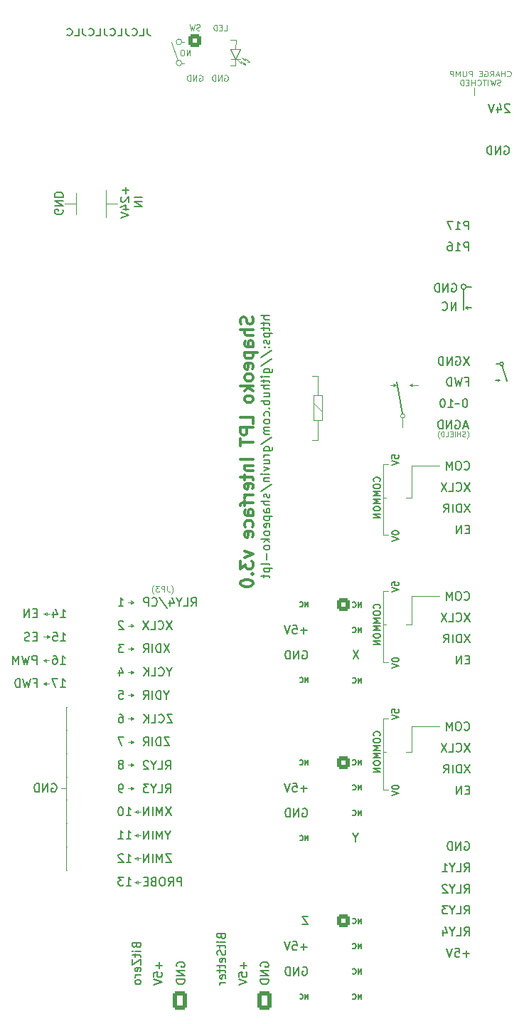
<source format=gbr>
%TF.GenerationSoftware,KiCad,Pcbnew,(6.0.4-0)*%
%TF.CreationDate,2022-07-09T18:31:03+12:00*%
%TF.ProjectId,controller,636f6e74-726f-46c6-9c65-722e6b696361,3.0*%
%TF.SameCoordinates,PX324e6b0PYa469d80*%
%TF.FileFunction,Legend,Bot*%
%TF.FilePolarity,Positive*%
%FSLAX46Y46*%
G04 Gerber Fmt 4.6, Leading zero omitted, Abs format (unit mm)*
G04 Created by KiCad (PCBNEW (6.0.4-0)) date 2022-07-09 18:31:03*
%MOMM*%
%LPD*%
G01*
G04 APERTURE LIST*
G04 Aperture macros list*
%AMRoundRect*
0 Rectangle with rounded corners*
0 $1 Rounding radius*
0 $2 $3 $4 $5 $6 $7 $8 $9 X,Y pos of 4 corners*
0 Add a 4 corners polygon primitive as box body*
4,1,4,$2,$3,$4,$5,$6,$7,$8,$9,$2,$3,0*
0 Add four circle primitives for the rounded corners*
1,1,$1+$1,$2,$3*
1,1,$1+$1,$4,$5*
1,1,$1+$1,$6,$7*
1,1,$1+$1,$8,$9*
0 Add four rect primitives between the rounded corners*
20,1,$1+$1,$2,$3,$4,$5,0*
20,1,$1+$1,$4,$5,$6,$7,0*
20,1,$1+$1,$6,$7,$8,$9,0*
20,1,$1+$1,$8,$9,$2,$3,0*%
G04 Aperture macros list end*
%ADD10C,0.100000*%
%ADD11C,0.200000*%
%ADD12C,0.150000*%
%ADD13C,0.130000*%
%ADD14C,0.125000*%
%ADD15C,0.140000*%
%ADD16C,0.300000*%
%ADD17C,0.120000*%
%ADD18C,0.110000*%
%ADD19R,1.700000X1.700000*%
%ADD20O,1.700000X1.700000*%
%ADD21C,1.000000*%
%ADD22RoundRect,0.250001X-0.499999X0.499999X-0.499999X-0.499999X0.499999X-0.499999X0.499999X0.499999X0*%
%ADD23C,1.500000*%
%ADD24R,2.100000X2.100000*%
%ADD25C,2.100000*%
%ADD26RoundRect,0.250001X-0.499999X-0.499999X0.499999X-0.499999X0.499999X0.499999X-0.499999X0.499999X0*%
%ADD27C,1.100000*%
%ADD28R,2.200000X2.200000*%
%ADD29C,2.200000*%
%ADD30C,1.448000*%
%ADD31RoundRect,0.250000X0.620000X0.845000X-0.620000X0.845000X-0.620000X-0.845000X0.620000X-0.845000X0*%
%ADD32O,1.740000X2.190000*%
%ADD33C,5.500000*%
%ADD34C,2.300000*%
%ADD35R,2.300000X2.300000*%
%ADD36C,1.700000*%
%ADD37O,3.200000X1.600000*%
%ADD38O,1.750000X3.500000*%
%ADD39C,4.000000*%
%ADD40R,1.600000X1.600000*%
%ADD41C,1.600000*%
G04 APERTURE END LIST*
D10*
X9800000Y47450000D02*
X9100000Y47450000D01*
X19516000Y40700000D02*
X19516000Y40350000D01*
X52950000Y69550000D02*
X52950000Y73350000D01*
D11*
X60100000Y94625000D02*
X59450000Y94625000D01*
D10*
X19985000Y26650000D02*
X20335000Y26450000D01*
X19526000Y57300000D02*
X19526000Y56950000D01*
X25588544Y121230001D02*
G75*
G03*
X25588544Y121230001I-333543J0D01*
G01*
X20685000Y32200000D02*
X19985000Y32200000D01*
X11800000Y34975500D02*
X11200000Y34975500D01*
X11800000Y41900500D02*
X12100000Y41899500D01*
X19866000Y34950000D02*
X19516000Y34800000D01*
X52950000Y73350000D02*
X56250000Y73350000D01*
X19166000Y40500000D02*
X19866000Y40500000D01*
X19876000Y54330000D02*
X19526000Y54530000D01*
X11800000Y30800500D02*
X12100000Y30799500D01*
X11800000Y25251000D02*
X12100000Y25250000D01*
X52325000Y54450000D02*
X52900000Y54450000D01*
X33630001Y121309997D02*
X33405000Y121384998D01*
X19516000Y35150000D02*
X19516000Y34800000D01*
D12*
X63500000Y83475000D02*
X63275000Y83375000D01*
X58650000Y80740000D02*
X58150000Y80740000D01*
D10*
X49550000Y73500000D02*
X50150000Y73500000D01*
X33630001Y121309997D02*
X33530000Y121510000D01*
X50150000Y50000000D02*
X49550000Y50000000D01*
X32585858Y122850148D02*
X31985858Y121675148D01*
X16600000Y106100000D02*
X16600000Y102850000D01*
X32655000Y121459998D02*
X32655000Y121209999D01*
X52950000Y57860000D02*
X56250000Y57860000D01*
X49550000Y58400000D02*
X50150000Y58400000D01*
X19516000Y51790000D02*
X19516000Y51440000D01*
X32560858Y121725147D02*
X31435858Y121725147D01*
X32655000Y121459998D02*
X33130001Y121034998D01*
X49550000Y34850000D02*
X49550000Y43250000D01*
D11*
X59365562Y92100000D02*
X59650000Y91975000D01*
D12*
X63881155Y85450000D02*
G75*
G03*
X63881155Y85450000I-206155J0D01*
G01*
D10*
X19166000Y51590000D02*
X19866000Y51590000D01*
X9500000Y53200000D02*
X9500000Y52850000D01*
X19985000Y29400000D02*
X20335000Y29200000D01*
X19866000Y43250000D02*
X19516000Y43100000D01*
X19516000Y37950000D02*
X19516000Y37600000D01*
X19176000Y48800000D02*
X19876000Y48800000D01*
X20335000Y29200000D02*
X20335000Y29550000D01*
X9500000Y55550000D02*
X9500000Y55900000D01*
X33154998Y121734999D02*
X33155001Y121484998D01*
X31970000Y120890000D02*
X31970000Y121714999D01*
X11800000Y39150500D02*
X12100000Y39149500D01*
X19985000Y32200000D02*
X20335000Y32350000D01*
X9850000Y53000000D02*
X9500000Y52850000D01*
X9150000Y53000000D02*
X9850000Y53000000D01*
X19876000Y48800000D02*
X19526000Y48650000D01*
X19526000Y54530000D02*
X19526000Y54180000D01*
X19876000Y48800000D02*
X19526000Y49000000D01*
X11800000Y44650500D02*
X12100000Y44649500D01*
X9100000Y47450000D02*
X9450000Y47250000D01*
X13000000Y104500000D02*
X11650000Y104500000D01*
X50150000Y34850000D02*
X49550000Y34850000D01*
X52950000Y39300000D02*
X52950000Y42380000D01*
X31970000Y122890000D02*
X32019999Y123940000D01*
X19876000Y57100000D02*
X19526000Y56950000D01*
X19985000Y23850000D02*
X20335000Y24000000D01*
X49550000Y43250000D02*
X50150000Y43250000D01*
X16600000Y104500000D02*
X17950000Y104500000D01*
D11*
X59365562Y92100000D02*
X59650000Y92225000D01*
D10*
X19166000Y37750000D02*
X19866000Y37750000D01*
X49550000Y50000000D02*
X49550000Y58400000D01*
X25630000Y121205001D02*
X25905000Y121205000D01*
X19866000Y51590000D02*
X19516000Y51790000D01*
X32019999Y123940000D02*
X31370000Y123940000D01*
X19526000Y49000000D02*
X19526000Y48650000D01*
D12*
X63468845Y85450000D02*
X63000000Y85450000D01*
D10*
X19866000Y37750000D02*
X19516000Y37600000D01*
X9100000Y50200000D02*
X9450000Y50000000D01*
D12*
X63500000Y83475000D02*
X63275000Y83600000D01*
D10*
X19866000Y46050000D02*
X19516000Y46250000D01*
X31385856Y122850148D02*
X31985858Y122850148D01*
X49550000Y65100000D02*
X49550000Y73500000D01*
X11800000Y36350500D02*
X12100000Y36349500D01*
X19866000Y40500000D02*
X19516000Y40700000D01*
X19166000Y46050000D02*
X19866000Y46050000D01*
X31970000Y120890000D02*
X31370000Y120890000D01*
X9100000Y50200000D02*
X9450000Y50350000D01*
X20335000Y32000000D02*
X20335000Y32350000D01*
X19176000Y54330000D02*
X19876000Y54330000D01*
X33154998Y121734999D02*
X33630001Y121309997D01*
D12*
X63725000Y85250000D02*
X64275000Y83400000D01*
D11*
X59150000Y94325000D02*
X59150000Y91875000D01*
D10*
X19866000Y37750000D02*
X19516000Y37950000D01*
X19866000Y51590000D02*
X19516000Y51440000D01*
D12*
X63500000Y83475000D02*
X62987310Y83475000D01*
D10*
X19866000Y43250000D02*
X19516000Y43450000D01*
X49550000Y54450000D02*
X49900000Y54450000D01*
X9450000Y50000000D02*
X9450000Y50350000D01*
X19985000Y32200000D02*
X20335000Y32000000D01*
X11800000Y28050500D02*
X12100000Y28049500D01*
X25588541Y123730001D02*
X25905000Y123730001D01*
X19866000Y34950000D02*
X19516000Y35150000D01*
X31985858Y121675148D02*
X31385856Y122850148D01*
X25588543Y123730001D02*
G75*
G03*
X25588543Y123730001I-333542J0D01*
G01*
X49550000Y39300000D02*
X49900000Y39300000D01*
X50150000Y65100000D02*
X49550000Y65100000D01*
X52950000Y54450000D02*
X52950000Y57860000D01*
X52950000Y42380000D02*
X56250000Y42380000D01*
X19176000Y57100000D02*
X19876000Y57100000D01*
X19516000Y43450000D02*
X19516000Y43100000D01*
X60450000Y118300000D02*
X60450000Y117400000D01*
X19866000Y40500000D02*
X19516000Y40350000D01*
X9150000Y55750000D02*
X9500000Y55900000D01*
X52325000Y69550000D02*
X52900000Y69550000D01*
X33130001Y121034998D02*
X33030000Y121234998D01*
X24310000Y123740000D02*
X25140000Y121550000D01*
X11800000Y44650500D02*
X11800000Y25251000D01*
X9850000Y53000000D02*
X9500000Y53200000D01*
X19985000Y29400000D02*
X20335000Y29550000D01*
X52325000Y39300000D02*
X52900000Y39300000D01*
X32655000Y121209999D02*
X32255000Y121559998D01*
X9800000Y50200000D02*
X9100000Y50200000D01*
D11*
X59450000Y94625000D02*
G75*
G03*
X59450000Y94625000I-300000J0D01*
G01*
D10*
X9150000Y55750000D02*
X9500000Y55550000D01*
X31985858Y122850148D02*
X32585858Y122850148D01*
X33155001Y121484998D02*
X32755000Y121834999D01*
X19876000Y57100000D02*
X19526000Y57300000D01*
X49550000Y69550000D02*
X49900000Y69550000D01*
X9450000Y47250000D02*
X9450000Y47600000D01*
X19516000Y46250000D02*
X19516000Y45900000D01*
X20685000Y29400000D02*
X19985000Y29400000D01*
X19985000Y23850000D02*
X20335000Y23650000D01*
X11800000Y33600500D02*
X12100000Y33599500D01*
X19166000Y34950000D02*
X19866000Y34950000D01*
X20685000Y26650000D02*
X19985000Y26650000D01*
X20685000Y23850000D02*
X19985000Y23850000D01*
X20335000Y26450000D02*
X20335000Y26800000D01*
X19985000Y26650000D02*
X20335000Y26800000D01*
X19876000Y54330000D02*
X19526000Y54180000D01*
X19166000Y43250000D02*
X19866000Y43250000D01*
X13000000Y103250000D02*
X13000000Y105750000D01*
D11*
X59365562Y92100000D02*
X60100000Y92100000D01*
D10*
X9850000Y55750000D02*
X9150000Y55750000D01*
X33130001Y121034998D02*
X32905001Y121109998D01*
X19866000Y46050000D02*
X19516000Y45900000D01*
X20335000Y23650000D02*
X20335000Y24000000D01*
X9100000Y47450000D02*
X9450000Y47600000D01*
D12*
X26704642Y56647620D02*
X27037976Y57123810D01*
X27276071Y56647620D02*
X27276071Y57647620D01*
X26895119Y57647620D01*
X26799880Y57600000D01*
X26752261Y57552381D01*
X26704642Y57457143D01*
X26704642Y57314286D01*
X26752261Y57219048D01*
X26799880Y57171429D01*
X26895119Y57123810D01*
X27276071Y57123810D01*
X25799880Y56647620D02*
X26276071Y56647620D01*
X26276071Y57647620D01*
X25276071Y57123810D02*
X25276071Y56647620D01*
X25609404Y57647620D02*
X25276071Y57123810D01*
X24942738Y57647620D01*
X24180833Y57314286D02*
X24180833Y56647620D01*
X24418928Y57695239D02*
X24657023Y56980953D01*
X24037976Y56980953D01*
X22942738Y57695239D02*
X23799880Y56409524D01*
X22037976Y56742858D02*
X22085595Y56695239D01*
X22228452Y56647620D01*
X22323690Y56647620D01*
X22466547Y56695239D01*
X22561785Y56790477D01*
X22609404Y56885715D01*
X22657023Y57076191D01*
X22657023Y57219048D01*
X22609404Y57409524D01*
X22561785Y57504762D01*
X22466547Y57600000D01*
X22323690Y57647620D01*
X22228452Y57647620D01*
X22085595Y57600000D01*
X22037976Y57552381D01*
X21609404Y56647620D02*
X21609404Y57647620D01*
X21228452Y57647620D01*
X21133214Y57600000D01*
X21085595Y57552381D01*
X21037976Y57457143D01*
X21037976Y57314286D01*
X21085595Y57219048D01*
X21133214Y57171429D01*
X21228452Y57123810D01*
X21609404Y57123810D01*
X18520566Y34497620D02*
X18330090Y34497620D01*
X18234852Y34545239D01*
X18187233Y34592858D01*
X18091995Y34735715D01*
X18044376Y34926191D01*
X18044376Y35307143D01*
X18091995Y35402381D01*
X18139614Y35450000D01*
X18234852Y35497620D01*
X18425328Y35497620D01*
X18520566Y35450000D01*
X18568185Y35402381D01*
X18615804Y35307143D01*
X18615804Y35069048D01*
X18568185Y34973810D01*
X18520566Y34926191D01*
X18425328Y34878572D01*
X18234852Y34878572D01*
X18139614Y34926191D01*
X18091995Y34973810D01*
X18044376Y35069048D01*
X58239404Y91797620D02*
X58239404Y92797620D01*
X57667976Y91797620D01*
X57667976Y92797620D01*
X56620357Y91892858D02*
X56667976Y91845239D01*
X56810833Y91797620D01*
X56906071Y91797620D01*
X57048928Y91845239D01*
X57144166Y91940477D01*
X57191785Y92035715D01*
X57239404Y92226191D01*
X57239404Y92369048D01*
X57191785Y92559524D01*
X57144166Y92654762D01*
X57048928Y92750000D01*
X56906071Y92797620D01*
X56810833Y92797620D01*
X56667976Y92750000D01*
X56620357Y92702381D01*
X59814404Y65781429D02*
X59481071Y65781429D01*
X59338214Y65257620D02*
X59814404Y65257620D01*
X59814404Y66257620D01*
X59338214Y66257620D01*
X58909642Y65257620D02*
X58909642Y66257620D01*
X58338214Y65257620D01*
X58338214Y66257620D01*
X59909642Y53307620D02*
X59242976Y52307620D01*
X59242976Y53307620D02*
X59909642Y52307620D01*
X58862023Y52307620D02*
X58862023Y53307620D01*
X58623928Y53307620D01*
X58481071Y53260000D01*
X58385833Y53164762D01*
X58338214Y53069524D01*
X58290595Y52879048D01*
X58290595Y52736191D01*
X58338214Y52545715D01*
X58385833Y52450477D01*
X58481071Y52355239D01*
X58623928Y52307620D01*
X58862023Y52307620D01*
X57862023Y52307620D02*
X57862023Y53307620D01*
X56814404Y52307620D02*
X57147738Y52783810D01*
X57385833Y52307620D02*
X57385833Y53307620D01*
X57004880Y53307620D01*
X56909642Y53260000D01*
X56862023Y53212381D01*
X56814404Y53117143D01*
X56814404Y52974286D01*
X56862023Y52879048D01*
X56909642Y52831429D01*
X57004880Y52783810D01*
X57385833Y52783810D01*
X10111904Y35500000D02*
X10207142Y35547620D01*
X10350000Y35547620D01*
X10492857Y35500000D01*
X10588095Y35404762D01*
X10635714Y35309524D01*
X10683333Y35119048D01*
X10683333Y34976191D01*
X10635714Y34785715D01*
X10588095Y34690477D01*
X10492857Y34595239D01*
X10350000Y34547620D01*
X10254761Y34547620D01*
X10111904Y34595239D01*
X10064285Y34642858D01*
X10064285Y34976191D01*
X10254761Y34976191D01*
X9635714Y34547620D02*
X9635714Y35547620D01*
X9064285Y34547620D01*
X9064285Y35547620D01*
X8588095Y34547620D02*
X8588095Y35547620D01*
X8350000Y35547620D01*
X8207142Y35500000D01*
X8111904Y35404762D01*
X8064285Y35309524D01*
X8016666Y35119048D01*
X8016666Y34976191D01*
X8064285Y34785715D01*
X8111904Y34690477D01*
X8207142Y34595239D01*
X8350000Y34547620D01*
X8588095Y34547620D01*
X59242976Y57462858D02*
X59290595Y57415239D01*
X59433452Y57367620D01*
X59528690Y57367620D01*
X59671547Y57415239D01*
X59766785Y57510477D01*
X59814404Y57605715D01*
X59862023Y57796191D01*
X59862023Y57939048D01*
X59814404Y58129524D01*
X59766785Y58224762D01*
X59671547Y58320000D01*
X59528690Y58367620D01*
X59433452Y58367620D01*
X59290595Y58320000D01*
X59242976Y58272381D01*
X58623928Y58367620D02*
X58433452Y58367620D01*
X58338214Y58320000D01*
X58242976Y58224762D01*
X58195357Y58034286D01*
X58195357Y57700953D01*
X58242976Y57510477D01*
X58338214Y57415239D01*
X58433452Y57367620D01*
X58623928Y57367620D01*
X58719166Y57415239D01*
X58814404Y57510477D01*
X58862023Y57700953D01*
X58862023Y58034286D01*
X58814404Y58224762D01*
X58719166Y58320000D01*
X58623928Y58367620D01*
X57766785Y57367620D02*
X57766785Y58367620D01*
X57433452Y57653334D01*
X57100119Y58367620D01*
X57100119Y57367620D01*
X40609642Y19777620D02*
X39942976Y19777620D01*
X40609642Y18777620D01*
X39942976Y18777620D01*
X25561785Y23397620D02*
X25561785Y24397620D01*
X25180833Y24397620D01*
X25085595Y24350000D01*
X25037976Y24302381D01*
X24990357Y24207143D01*
X24990357Y24064286D01*
X25037976Y23969048D01*
X25085595Y23921429D01*
X25180833Y23873810D01*
X25561785Y23873810D01*
X23990357Y23397620D02*
X24323690Y23873810D01*
X24561785Y23397620D02*
X24561785Y24397620D01*
X24180833Y24397620D01*
X24085595Y24350000D01*
X24037976Y24302381D01*
X23990357Y24207143D01*
X23990357Y24064286D01*
X24037976Y23969048D01*
X24085595Y23921429D01*
X24180833Y23873810D01*
X24561785Y23873810D01*
X23371309Y24397620D02*
X23180833Y24397620D01*
X23085595Y24350000D01*
X22990357Y24254762D01*
X22942738Y24064286D01*
X22942738Y23730953D01*
X22990357Y23540477D01*
X23085595Y23445239D01*
X23180833Y23397620D01*
X23371309Y23397620D01*
X23466547Y23445239D01*
X23561785Y23540477D01*
X23609404Y23730953D01*
X23609404Y24064286D01*
X23561785Y24254762D01*
X23466547Y24350000D01*
X23371309Y24397620D01*
X22180833Y23921429D02*
X22037976Y23873810D01*
X21990357Y23826191D01*
X21942738Y23730953D01*
X21942738Y23588096D01*
X21990357Y23492858D01*
X22037976Y23445239D01*
X22133214Y23397620D01*
X22514166Y23397620D01*
X22514166Y24397620D01*
X22180833Y24397620D01*
X22085595Y24350000D01*
X22037976Y24302381D01*
X21990357Y24207143D01*
X21990357Y24111905D01*
X22037976Y24016667D01*
X22085595Y23969048D01*
X22180833Y23921429D01*
X22514166Y23921429D01*
X21514166Y23921429D02*
X21180833Y23921429D01*
X21037976Y23397620D02*
X21514166Y23397620D01*
X21514166Y24397620D01*
X21037976Y24397620D01*
X36052380Y91164405D02*
X35052380Y91164405D01*
X36052380Y90735834D02*
X35528571Y90735834D01*
X35433333Y90783453D01*
X35385714Y90878691D01*
X35385714Y91021548D01*
X35433333Y91116786D01*
X35480952Y91164405D01*
X35385714Y90402500D02*
X35385714Y90021548D01*
X35052380Y90259643D02*
X35909523Y90259643D01*
X36004761Y90212024D01*
X36052380Y90116786D01*
X36052380Y90021548D01*
X35385714Y89831072D02*
X35385714Y89450120D01*
X35052380Y89688215D02*
X35909523Y89688215D01*
X36004761Y89640596D01*
X36052380Y89545358D01*
X36052380Y89450120D01*
X35385714Y89116786D02*
X36385714Y89116786D01*
X35433333Y89116786D02*
X35385714Y89021548D01*
X35385714Y88831072D01*
X35433333Y88735834D01*
X35480952Y88688215D01*
X35576190Y88640596D01*
X35861904Y88640596D01*
X35957142Y88688215D01*
X36004761Y88735834D01*
X36052380Y88831072D01*
X36052380Y89021548D01*
X36004761Y89116786D01*
X36004761Y88259643D02*
X36052380Y88164405D01*
X36052380Y87973929D01*
X36004761Y87878691D01*
X35909523Y87831072D01*
X35861904Y87831072D01*
X35766666Y87878691D01*
X35719047Y87973929D01*
X35719047Y88116786D01*
X35671428Y88212024D01*
X35576190Y88259643D01*
X35528571Y88259643D01*
X35433333Y88212024D01*
X35385714Y88116786D01*
X35385714Y87973929D01*
X35433333Y87878691D01*
X35957142Y87402500D02*
X36004761Y87354881D01*
X36052380Y87402500D01*
X36004761Y87450120D01*
X35957142Y87402500D01*
X36052380Y87402500D01*
X35433333Y87402500D02*
X35480952Y87354881D01*
X35528571Y87402500D01*
X35480952Y87450120D01*
X35433333Y87402500D01*
X35528571Y87402500D01*
X35004761Y86212024D02*
X36290476Y87069167D01*
X35004761Y85164405D02*
X36290476Y86021548D01*
X35385714Y84402500D02*
X36195238Y84402500D01*
X36290476Y84450120D01*
X36338095Y84497739D01*
X36385714Y84592977D01*
X36385714Y84735834D01*
X36338095Y84831072D01*
X36004761Y84402500D02*
X36052380Y84497739D01*
X36052380Y84688215D01*
X36004761Y84783453D01*
X35957142Y84831072D01*
X35861904Y84878691D01*
X35576190Y84878691D01*
X35480952Y84831072D01*
X35433333Y84783453D01*
X35385714Y84688215D01*
X35385714Y84497739D01*
X35433333Y84402500D01*
X36052380Y83926310D02*
X35385714Y83926310D01*
X35052380Y83926310D02*
X35100000Y83973929D01*
X35147619Y83926310D01*
X35100000Y83878691D01*
X35052380Y83926310D01*
X35147619Y83926310D01*
X35385714Y83592977D02*
X35385714Y83212024D01*
X35052380Y83450120D02*
X35909523Y83450120D01*
X36004761Y83402500D01*
X36052380Y83307262D01*
X36052380Y83212024D01*
X36052380Y82878691D02*
X35052380Y82878691D01*
X36052380Y82450120D02*
X35528571Y82450120D01*
X35433333Y82497739D01*
X35385714Y82592977D01*
X35385714Y82735834D01*
X35433333Y82831072D01*
X35480952Y82878691D01*
X35385714Y81545358D02*
X36052380Y81545358D01*
X35385714Y81973929D02*
X35909523Y81973929D01*
X36004761Y81926310D01*
X36052380Y81831072D01*
X36052380Y81688215D01*
X36004761Y81592977D01*
X35957142Y81545358D01*
X36052380Y81069167D02*
X35052380Y81069167D01*
X35433333Y81069167D02*
X35385714Y80973929D01*
X35385714Y80783453D01*
X35433333Y80688215D01*
X35480952Y80640596D01*
X35576190Y80592977D01*
X35861904Y80592977D01*
X35957142Y80640596D01*
X36004761Y80688215D01*
X36052380Y80783453D01*
X36052380Y80973929D01*
X36004761Y81069167D01*
X35957142Y80164405D02*
X36004761Y80116786D01*
X36052380Y80164405D01*
X36004761Y80212024D01*
X35957142Y80164405D01*
X36052380Y80164405D01*
X36004761Y79259643D02*
X36052380Y79354881D01*
X36052380Y79545358D01*
X36004761Y79640596D01*
X35957142Y79688215D01*
X35861904Y79735834D01*
X35576190Y79735834D01*
X35480952Y79688215D01*
X35433333Y79640596D01*
X35385714Y79545358D01*
X35385714Y79354881D01*
X35433333Y79259643D01*
X36052380Y78688215D02*
X36004761Y78783453D01*
X35957142Y78831072D01*
X35861904Y78878691D01*
X35576190Y78878691D01*
X35480952Y78831072D01*
X35433333Y78783453D01*
X35385714Y78688215D01*
X35385714Y78545358D01*
X35433333Y78450120D01*
X35480952Y78402500D01*
X35576190Y78354881D01*
X35861904Y78354881D01*
X35957142Y78402500D01*
X36004761Y78450120D01*
X36052380Y78545358D01*
X36052380Y78688215D01*
X36052380Y77926310D02*
X35385714Y77926310D01*
X35480952Y77926310D02*
X35433333Y77878691D01*
X35385714Y77783453D01*
X35385714Y77640596D01*
X35433333Y77545358D01*
X35528571Y77497739D01*
X36052380Y77497739D01*
X35528571Y77497739D02*
X35433333Y77450120D01*
X35385714Y77354881D01*
X35385714Y77212024D01*
X35433333Y77116786D01*
X35528571Y77069167D01*
X36052380Y77069167D01*
X35004761Y75878691D02*
X36290476Y76735834D01*
X35385714Y75116786D02*
X36195238Y75116786D01*
X36290476Y75164405D01*
X36338095Y75212024D01*
X36385714Y75307262D01*
X36385714Y75450120D01*
X36338095Y75545358D01*
X36004761Y75116786D02*
X36052380Y75212024D01*
X36052380Y75402501D01*
X36004761Y75497739D01*
X35957142Y75545358D01*
X35861904Y75592977D01*
X35576190Y75592977D01*
X35480952Y75545358D01*
X35433333Y75497739D01*
X35385714Y75402501D01*
X35385714Y75212024D01*
X35433333Y75116786D01*
X36052380Y74640596D02*
X35385714Y74640596D01*
X35576190Y74640596D02*
X35480952Y74592977D01*
X35433333Y74545358D01*
X35385714Y74450120D01*
X35385714Y74354881D01*
X35385714Y73592977D02*
X36052380Y73592977D01*
X35385714Y74021548D02*
X35909523Y74021548D01*
X36004761Y73973929D01*
X36052380Y73878691D01*
X36052380Y73735834D01*
X36004761Y73640596D01*
X35957142Y73592977D01*
X35385714Y73212024D02*
X36052380Y72973929D01*
X35385714Y72735834D01*
X36052380Y72354881D02*
X35385714Y72354881D01*
X35052380Y72354881D02*
X35100000Y72402501D01*
X35147619Y72354881D01*
X35100000Y72307262D01*
X35052380Y72354881D01*
X35147619Y72354881D01*
X35385714Y71878691D02*
X36052380Y71878691D01*
X35480952Y71878691D02*
X35433333Y71831072D01*
X35385714Y71735834D01*
X35385714Y71592977D01*
X35433333Y71497739D01*
X35528571Y71450120D01*
X36052380Y71450120D01*
X35004761Y70259643D02*
X36290476Y71116786D01*
X36004761Y69973929D02*
X36052380Y69878691D01*
X36052380Y69688215D01*
X36004761Y69592977D01*
X35909523Y69545358D01*
X35861904Y69545358D01*
X35766666Y69592977D01*
X35719047Y69688215D01*
X35719047Y69831072D01*
X35671428Y69926310D01*
X35576190Y69973929D01*
X35528571Y69973929D01*
X35433333Y69926310D01*
X35385714Y69831072D01*
X35385714Y69688215D01*
X35433333Y69592977D01*
X36052380Y69116786D02*
X35052380Y69116786D01*
X36052380Y68688215D02*
X35528571Y68688215D01*
X35433333Y68735834D01*
X35385714Y68831072D01*
X35385714Y68973929D01*
X35433333Y69069167D01*
X35480952Y69116786D01*
X36052380Y67783453D02*
X35528571Y67783453D01*
X35433333Y67831072D01*
X35385714Y67926310D01*
X35385714Y68116786D01*
X35433333Y68212024D01*
X36004761Y67783453D02*
X36052380Y67878691D01*
X36052380Y68116786D01*
X36004761Y68212024D01*
X35909523Y68259643D01*
X35814285Y68259643D01*
X35719047Y68212024D01*
X35671428Y68116786D01*
X35671428Y67878691D01*
X35623809Y67783453D01*
X35385714Y67307262D02*
X36385714Y67307262D01*
X35433333Y67307262D02*
X35385714Y67212024D01*
X35385714Y67021548D01*
X35433333Y66926310D01*
X35480952Y66878691D01*
X35576190Y66831072D01*
X35861904Y66831072D01*
X35957142Y66878691D01*
X36004761Y66926310D01*
X36052380Y67021548D01*
X36052380Y67212024D01*
X36004761Y67307262D01*
X36004761Y66021548D02*
X36052380Y66116786D01*
X36052380Y66307262D01*
X36004761Y66402500D01*
X35909523Y66450120D01*
X35528571Y66450120D01*
X35433333Y66402500D01*
X35385714Y66307262D01*
X35385714Y66116786D01*
X35433333Y66021548D01*
X35528571Y65973929D01*
X35623809Y65973929D01*
X35719047Y66450120D01*
X36052380Y65402500D02*
X36004761Y65497739D01*
X35957142Y65545358D01*
X35861904Y65592977D01*
X35576190Y65592977D01*
X35480952Y65545358D01*
X35433333Y65497739D01*
X35385714Y65402500D01*
X35385714Y65259643D01*
X35433333Y65164405D01*
X35480952Y65116786D01*
X35576190Y65069167D01*
X35861904Y65069167D01*
X35957142Y65116786D01*
X36004761Y65164405D01*
X36052380Y65259643D01*
X36052380Y65402500D01*
X36052380Y64640596D02*
X35052380Y64640596D01*
X35671428Y64545358D02*
X36052380Y64259643D01*
X35385714Y64259643D02*
X35766666Y64640596D01*
X36052380Y63688215D02*
X36004761Y63783453D01*
X35957142Y63831072D01*
X35861904Y63878691D01*
X35576190Y63878691D01*
X35480952Y63831072D01*
X35433333Y63783453D01*
X35385714Y63688215D01*
X35385714Y63545358D01*
X35433333Y63450120D01*
X35480952Y63402500D01*
X35576190Y63354881D01*
X35861904Y63354881D01*
X35957142Y63402500D01*
X36004761Y63450120D01*
X36052380Y63545358D01*
X36052380Y63688215D01*
X35671428Y62926310D02*
X35671428Y62164405D01*
X36052380Y61545358D02*
X36004761Y61640596D01*
X35909523Y61688215D01*
X35052380Y61688215D01*
X35385714Y61164405D02*
X36385714Y61164405D01*
X35433333Y61164405D02*
X35385714Y61069167D01*
X35385714Y60878691D01*
X35433333Y60783453D01*
X35480952Y60735834D01*
X35576190Y60688215D01*
X35861904Y60688215D01*
X35957142Y60735834D01*
X36004761Y60783453D01*
X36052380Y60878691D01*
X36052380Y61069167D01*
X36004761Y61164405D01*
X35385714Y60402500D02*
X35385714Y60021548D01*
X35052380Y60259643D02*
X35909523Y60259643D01*
X36004761Y60212024D01*
X36052380Y60116786D01*
X36052380Y60021548D01*
D13*
X40622642Y28778572D02*
X40622642Y29378572D01*
X40279785Y28778572D01*
X40279785Y29378572D01*
X39651214Y28835715D02*
X39679785Y28807143D01*
X39765500Y28778572D01*
X39822642Y28778572D01*
X39908357Y28807143D01*
X39965500Y28864286D01*
X39994071Y28921429D01*
X40022642Y29035715D01*
X40022642Y29121429D01*
X39994071Y29235715D01*
X39965500Y29292858D01*
X39908357Y29350000D01*
X39822642Y29378572D01*
X39765500Y29378572D01*
X39679785Y29350000D01*
X39651214Y29321429D01*
D14*
X30620000Y125089021D02*
X30953333Y125089021D01*
X30953333Y125789021D01*
X30386666Y125455687D02*
X30153333Y125455687D01*
X30053333Y125089021D02*
X30386666Y125089021D01*
X30386666Y125789021D01*
X30053333Y125789021D01*
X29753333Y125089021D02*
X29753333Y125789021D01*
X29586666Y125789021D01*
X29486666Y125755687D01*
X29420000Y125689021D01*
X29386666Y125622354D01*
X29353333Y125489021D01*
X29353333Y125389021D01*
X29386666Y125255687D01*
X29420000Y125189021D01*
X29486666Y125122354D01*
X29586666Y125089021D01*
X29753333Y125089021D01*
D12*
X40514404Y34968572D02*
X39752500Y34968572D01*
X40133452Y34587620D02*
X40133452Y35349524D01*
X38800119Y35587620D02*
X39276309Y35587620D01*
X39323928Y35111429D01*
X39276309Y35159048D01*
X39181071Y35206667D01*
X38942976Y35206667D01*
X38847738Y35159048D01*
X38800119Y35111429D01*
X38752500Y35016191D01*
X38752500Y34778096D01*
X38800119Y34682858D01*
X38847738Y34635239D01*
X38942976Y34587620D01*
X39181071Y34587620D01*
X39276309Y34635239D01*
X39323928Y34682858D01*
X38466785Y35587620D02*
X38133452Y34587620D01*
X37800119Y35587620D01*
X23657023Y37247620D02*
X23990357Y37723810D01*
X24228452Y37247620D02*
X24228452Y38247620D01*
X23847500Y38247620D01*
X23752261Y38200000D01*
X23704642Y38152381D01*
X23657023Y38057143D01*
X23657023Y37914286D01*
X23704642Y37819048D01*
X23752261Y37771429D01*
X23847500Y37723810D01*
X24228452Y37723810D01*
X22752261Y37247620D02*
X23228452Y37247620D01*
X23228452Y38247620D01*
X22228452Y37723810D02*
X22228452Y37247620D01*
X22561785Y38247620D02*
X22228452Y37723810D01*
X21895119Y38247620D01*
X21609404Y38152381D02*
X21561785Y38200000D01*
X21466547Y38247620D01*
X21228452Y38247620D01*
X21133214Y38200000D01*
X21085595Y38152381D01*
X21037976Y38057143D01*
X21037976Y37961905D01*
X21085595Y37819048D01*
X21657023Y37247620D01*
X21037976Y37247620D01*
X59612023Y78023334D02*
X59135833Y78023334D01*
X59707261Y77737620D02*
X59373928Y78737620D01*
X59040595Y77737620D01*
X58183452Y78690000D02*
X58278690Y78737620D01*
X58421547Y78737620D01*
X58564404Y78690000D01*
X58659642Y78594762D01*
X58707261Y78499524D01*
X58754880Y78309048D01*
X58754880Y78166191D01*
X58707261Y77975715D01*
X58659642Y77880477D01*
X58564404Y77785239D01*
X58421547Y77737620D01*
X58326309Y77737620D01*
X58183452Y77785239D01*
X58135833Y77832858D01*
X58135833Y78166191D01*
X58326309Y78166191D01*
X57707261Y77737620D02*
X57707261Y78737620D01*
X57135833Y77737620D01*
X57135833Y78737620D01*
X56659642Y77737620D02*
X56659642Y78737620D01*
X56421547Y78737620D01*
X56278690Y78690000D01*
X56183452Y78594762D01*
X56135833Y78499524D01*
X56088214Y78309048D01*
X56088214Y78166191D01*
X56135833Y77975715D01*
X56183452Y77880477D01*
X56278690Y77785239D01*
X56421547Y77737620D01*
X56659642Y77737620D01*
X59909642Y40347620D02*
X59242976Y39347620D01*
X59242976Y40347620D02*
X59909642Y39347620D01*
X58290595Y39442858D02*
X58338214Y39395239D01*
X58481071Y39347620D01*
X58576309Y39347620D01*
X58719166Y39395239D01*
X58814404Y39490477D01*
X58862023Y39585715D01*
X58909642Y39776191D01*
X58909642Y39919048D01*
X58862023Y40109524D01*
X58814404Y40204762D01*
X58719166Y40300000D01*
X58576309Y40347620D01*
X58481071Y40347620D01*
X58338214Y40300000D01*
X58290595Y40252381D01*
X57385833Y39347620D02*
X57862023Y39347620D01*
X57862023Y40347620D01*
X57147738Y40347620D02*
X56481071Y39347620D01*
X56481071Y40347620D02*
X57147738Y39347620D01*
D15*
X50611904Y59117191D02*
X50611904Y59498143D01*
X50992857Y59536239D01*
X50954761Y59498143D01*
X50916666Y59421953D01*
X50916666Y59231477D01*
X50954761Y59155286D01*
X50992857Y59117191D01*
X51069047Y59079096D01*
X51259523Y59079096D01*
X51335714Y59117191D01*
X51373809Y59155286D01*
X51411904Y59231477D01*
X51411904Y59421953D01*
X51373809Y59498143D01*
X51335714Y59536239D01*
X50611904Y58850524D02*
X51411904Y58583858D01*
X50611904Y58317191D01*
X50611904Y35166143D02*
X50611904Y35089953D01*
X50650000Y35013762D01*
X50688095Y34975667D01*
X50764285Y34937572D01*
X50916666Y34899477D01*
X51107142Y34899477D01*
X51259523Y34937572D01*
X51335714Y34975667D01*
X51373809Y35013762D01*
X51411904Y35089953D01*
X51411904Y35166143D01*
X51373809Y35242334D01*
X51335714Y35280429D01*
X51259523Y35318524D01*
X51107142Y35356620D01*
X50916666Y35356620D01*
X50764285Y35318524D01*
X50688095Y35280429D01*
X50650000Y35242334D01*
X50611904Y35166143D01*
X50611904Y34670905D02*
X51411904Y34404239D01*
X50611904Y34137572D01*
D12*
X18044376Y56647620D02*
X18615804Y56647620D01*
X18330090Y56647620D02*
X18330090Y57647620D01*
X18425328Y57504762D01*
X18520566Y57409524D01*
X18615804Y57361905D01*
X18980357Y28997620D02*
X19551785Y28997620D01*
X19266071Y28997620D02*
X19266071Y29997620D01*
X19361309Y29854762D01*
X19456547Y29759524D01*
X19551785Y29711905D01*
X18027976Y28997620D02*
X18599404Y28997620D01*
X18313690Y28997620D02*
X18313690Y29997620D01*
X18408928Y29854762D01*
X18504166Y29759524D01*
X18599404Y29711905D01*
D15*
X49135714Y71473810D02*
X49173809Y71511905D01*
X49211904Y71626191D01*
X49211904Y71702381D01*
X49173809Y71816667D01*
X49097619Y71892858D01*
X49021428Y71930953D01*
X48869047Y71969048D01*
X48754761Y71969048D01*
X48602380Y71930953D01*
X48526190Y71892858D01*
X48450000Y71816667D01*
X48411904Y71702381D01*
X48411904Y71626191D01*
X48450000Y71511905D01*
X48488095Y71473810D01*
X48411904Y70978572D02*
X48411904Y70826191D01*
X48450000Y70750000D01*
X48526190Y70673810D01*
X48678571Y70635715D01*
X48945238Y70635715D01*
X49097619Y70673810D01*
X49173809Y70750000D01*
X49211904Y70826191D01*
X49211904Y70978572D01*
X49173809Y71054762D01*
X49097619Y71130953D01*
X48945238Y71169048D01*
X48678571Y71169048D01*
X48526190Y71130953D01*
X48450000Y71054762D01*
X48411904Y70978572D01*
X49211904Y70292858D02*
X48411904Y70292858D01*
X48983333Y70026191D01*
X48411904Y69759524D01*
X49211904Y69759524D01*
X49211904Y69378572D02*
X48411904Y69378572D01*
X48983333Y69111905D01*
X48411904Y68845239D01*
X49211904Y68845239D01*
X48411904Y68311905D02*
X48411904Y68159524D01*
X48450000Y68083334D01*
X48526190Y68007143D01*
X48678571Y67969048D01*
X48945238Y67969048D01*
X49097619Y68007143D01*
X49173809Y68083334D01*
X49211904Y68159524D01*
X49211904Y68311905D01*
X49173809Y68388096D01*
X49097619Y68464286D01*
X48945238Y68502381D01*
X48678571Y68502381D01*
X48526190Y68464286D01*
X48450000Y68388096D01*
X48411904Y68311905D01*
X49211904Y67626191D02*
X48411904Y67626191D01*
X49211904Y67169048D01*
X48411904Y67169048D01*
D12*
X59909642Y71327620D02*
X59242976Y70327620D01*
X59242976Y71327620D02*
X59909642Y70327620D01*
X58290595Y70422858D02*
X58338214Y70375239D01*
X58481071Y70327620D01*
X58576309Y70327620D01*
X58719166Y70375239D01*
X58814404Y70470477D01*
X58862023Y70565715D01*
X58909642Y70756191D01*
X58909642Y70899048D01*
X58862023Y71089524D01*
X58814404Y71184762D01*
X58719166Y71280000D01*
X58576309Y71327620D01*
X58481071Y71327620D01*
X58338214Y71280000D01*
X58290595Y71232381D01*
X57385833Y70327620D02*
X57862023Y70327620D01*
X57862023Y71327620D01*
X57147738Y71327620D02*
X56481071Y70327620D01*
X56481071Y71327620D02*
X57147738Y70327620D01*
D13*
X40622642Y37778572D02*
X40622642Y38378572D01*
X40279785Y37778572D01*
X40279785Y38378572D01*
X39651214Y37835715D02*
X39679785Y37807143D01*
X39765500Y37778572D01*
X39822642Y37778572D01*
X39908357Y37807143D01*
X39965500Y37864286D01*
X39994071Y37921429D01*
X40022642Y38035715D01*
X40022642Y38121429D01*
X39994071Y38235715D01*
X39965500Y38292858D01*
X39908357Y38350000D01*
X39822642Y38378572D01*
X39765500Y38378572D01*
X39679785Y38350000D01*
X39651214Y38321429D01*
D12*
X24085595Y48823810D02*
X24085595Y48347620D01*
X24418928Y49347620D02*
X24085595Y48823810D01*
X23752261Y49347620D01*
X22847500Y48442858D02*
X22895119Y48395239D01*
X23037976Y48347620D01*
X23133214Y48347620D01*
X23276071Y48395239D01*
X23371309Y48490477D01*
X23418928Y48585715D01*
X23466547Y48776191D01*
X23466547Y48919048D01*
X23418928Y49109524D01*
X23371309Y49204762D01*
X23276071Y49300000D01*
X23133214Y49347620D01*
X23037976Y49347620D01*
X22895119Y49300000D01*
X22847500Y49252381D01*
X21942738Y48347620D02*
X22418928Y48347620D01*
X22418928Y49347620D01*
X21609404Y48347620D02*
X21609404Y49347620D01*
X21037976Y48347620D02*
X21466547Y48919048D01*
X21037976Y49347620D02*
X21609404Y48776191D01*
X18990357Y23427620D02*
X19561785Y23427620D01*
X19276071Y23427620D02*
X19276071Y24427620D01*
X19371309Y24284762D01*
X19466547Y24189524D01*
X19561785Y24141905D01*
X18657023Y24427620D02*
X18037976Y24427620D01*
X18371309Y24046667D01*
X18228452Y24046667D01*
X18133214Y23999048D01*
X18085595Y23951429D01*
X18037976Y23856191D01*
X18037976Y23618096D01*
X18085595Y23522858D01*
X18133214Y23475239D01*
X18228452Y23427620D01*
X18514166Y23427620D01*
X18609404Y23475239D01*
X18657023Y23522858D01*
D13*
X40622642Y9958572D02*
X40622642Y10558572D01*
X40279785Y9958572D01*
X40279785Y10558572D01*
X39651214Y10015715D02*
X39679785Y9987143D01*
X39765500Y9958572D01*
X39822642Y9958572D01*
X39908357Y9987143D01*
X39965500Y10044286D01*
X39994071Y10101429D01*
X40022642Y10215715D01*
X40022642Y10301429D01*
X39994071Y10415715D01*
X39965500Y10472858D01*
X39908357Y10530000D01*
X39822642Y10558572D01*
X39765500Y10558572D01*
X39679785Y10530000D01*
X39651214Y10501429D01*
D12*
X18663423Y52117620D02*
X18044376Y52117620D01*
X18377709Y51736667D01*
X18234852Y51736667D01*
X18139614Y51689048D01*
X18091995Y51641429D01*
X18044376Y51546191D01*
X18044376Y51308096D01*
X18091995Y51212858D01*
X18139614Y51165239D01*
X18234852Y51117620D01*
X18520566Y51117620D01*
X18615804Y51165239D01*
X18663423Y51212858D01*
D14*
X27680331Y119750000D02*
X27746998Y119783334D01*
X27846998Y119783334D01*
X27946998Y119750000D01*
X28013664Y119683334D01*
X28046998Y119616667D01*
X28080331Y119483334D01*
X28080331Y119383334D01*
X28046998Y119250000D01*
X28013664Y119183334D01*
X27946998Y119116667D01*
X27846998Y119083334D01*
X27780331Y119083334D01*
X27680331Y119116667D01*
X27646998Y119150000D01*
X27646998Y119383334D01*
X27780331Y119383334D01*
X27346998Y119083334D02*
X27346998Y119783334D01*
X26946998Y119083334D01*
X26946998Y119783334D01*
X26613664Y119083334D02*
X26613664Y119783334D01*
X26446998Y119783334D01*
X26346998Y119750000D01*
X26280331Y119683334D01*
X26246998Y119616667D01*
X26213664Y119483334D01*
X26213664Y119383334D01*
X26246998Y119250000D01*
X26280331Y119183334D01*
X26346998Y119116667D01*
X26446998Y119083334D01*
X26613664Y119083334D01*
D12*
X24323690Y32747620D02*
X23657023Y31747620D01*
X23657023Y32747620D02*
X24323690Y31747620D01*
X23276071Y31747620D02*
X23276071Y32747620D01*
X22942738Y32033334D01*
X22609404Y32747620D01*
X22609404Y31747620D01*
X22133214Y31747620D02*
X22133214Y32747620D01*
X21657023Y31747620D02*
X21657023Y32747620D01*
X21085595Y31747620D01*
X21085595Y32747620D01*
X18100995Y46607620D02*
X18577185Y46607620D01*
X18624804Y46131429D01*
X18577185Y46179048D01*
X18481947Y46226667D01*
X18243852Y46226667D01*
X18148614Y46179048D01*
X18100995Y46131429D01*
X18053376Y46036191D01*
X18053376Y45798096D01*
X18100995Y45702858D01*
X18148614Y45655239D01*
X18243852Y45607620D01*
X18481947Y45607620D01*
X18577185Y45655239D01*
X18624804Y45702858D01*
X11156595Y55278620D02*
X11728023Y55278620D01*
X11442309Y55278620D02*
X11442309Y56278620D01*
X11537547Y56135762D01*
X11632785Y56040524D01*
X11728023Y55992905D01*
X10299452Y55945286D02*
X10299452Y55278620D01*
X10537547Y56326239D02*
X10775642Y55611953D01*
X10156595Y55611953D01*
X40514404Y16138572D02*
X39752500Y16138572D01*
X40133452Y15757620D02*
X40133452Y16519524D01*
X38800119Y16757620D02*
X39276309Y16757620D01*
X39323928Y16281429D01*
X39276309Y16329048D01*
X39181071Y16376667D01*
X38942976Y16376667D01*
X38847738Y16329048D01*
X38800119Y16281429D01*
X38752500Y16186191D01*
X38752500Y15948096D01*
X38800119Y15852858D01*
X38847738Y15805239D01*
X38942976Y15757620D01*
X39181071Y15757620D01*
X39276309Y15805239D01*
X39323928Y15852858D01*
X38466785Y16757620D02*
X38133452Y15757620D01*
X37800119Y16757620D01*
X11400000Y103766786D02*
X11447619Y103671548D01*
X11447619Y103528691D01*
X11400000Y103385834D01*
X11304761Y103290596D01*
X11209523Y103242977D01*
X11019047Y103195358D01*
X10876190Y103195358D01*
X10685714Y103242977D01*
X10590476Y103290596D01*
X10495238Y103385834D01*
X10447619Y103528691D01*
X10447619Y103623929D01*
X10495238Y103766786D01*
X10542857Y103814405D01*
X10876190Y103814405D01*
X10876190Y103623929D01*
X10447619Y104242977D02*
X11447619Y104242977D01*
X10447619Y104814405D01*
X11447619Y104814405D01*
X10447619Y105290596D02*
X11447619Y105290596D01*
X11447619Y105528691D01*
X11400000Y105671548D01*
X11304761Y105766786D01*
X11209523Y105814405D01*
X11019047Y105862024D01*
X10876190Y105862024D01*
X10685714Y105814405D01*
X10590476Y105766786D01*
X10495238Y105671548D01*
X10447619Y105528691D01*
X10447619Y105290596D01*
X23752261Y46073810D02*
X23752261Y45597620D01*
X24085595Y46597620D02*
X23752261Y46073810D01*
X23418928Y46597620D01*
X23085595Y45597620D02*
X23085595Y46597620D01*
X22847500Y46597620D01*
X22704642Y46550000D01*
X22609404Y46454762D01*
X22561785Y46359524D01*
X22514166Y46169048D01*
X22514166Y46026191D01*
X22561785Y45835715D01*
X22609404Y45740477D01*
X22704642Y45645239D01*
X22847500Y45597620D01*
X23085595Y45597620D01*
X22085595Y45597620D02*
X22085595Y46597620D01*
X21037976Y45597620D02*
X21371309Y46073810D01*
X21609404Y45597620D02*
X21609404Y46597620D01*
X21228452Y46597620D01*
X21133214Y46550000D01*
X21085595Y46502381D01*
X21037976Y46407143D01*
X21037976Y46264286D01*
X21085595Y46169048D01*
X21133214Y46121429D01*
X21228452Y46073810D01*
X21609404Y46073810D01*
X24133214Y52147620D02*
X23466547Y51147620D01*
X23466547Y52147620D02*
X24133214Y51147620D01*
X23085595Y51147620D02*
X23085595Y52147620D01*
X22847500Y52147620D01*
X22704642Y52100000D01*
X22609404Y52004762D01*
X22561785Y51909524D01*
X22514166Y51719048D01*
X22514166Y51576191D01*
X22561785Y51385715D01*
X22609404Y51290477D01*
X22704642Y51195239D01*
X22847500Y51147620D01*
X23085595Y51147620D01*
X22085595Y51147620D02*
X22085595Y52147620D01*
X21037976Y51147620D02*
X21371309Y51623810D01*
X21609404Y51147620D02*
X21609404Y52147620D01*
X21228452Y52147620D01*
X21133214Y52100000D01*
X21085595Y52052381D01*
X21037976Y51957143D01*
X21037976Y51814286D01*
X21085595Y51719048D01*
X21133214Y51671429D01*
X21228452Y51623810D01*
X21609404Y51623810D01*
X59373928Y81287620D02*
X59278690Y81287620D01*
X59183452Y81240000D01*
X59135833Y81192381D01*
X59088214Y81097143D01*
X59040595Y80906667D01*
X59040595Y80668572D01*
X59088214Y80478096D01*
X59135833Y80382858D01*
X59183452Y80335239D01*
X59278690Y80287620D01*
X59373928Y80287620D01*
X59469166Y80335239D01*
X59516785Y80382858D01*
X59564404Y80478096D01*
X59612023Y80668572D01*
X59612023Y80906667D01*
X59564404Y81097143D01*
X59516785Y81192381D01*
X59469166Y81240000D01*
X59373928Y81287620D01*
X57326309Y80287620D02*
X57897738Y80287620D01*
X57612023Y80287620D02*
X57612023Y81287620D01*
X57707261Y81144762D01*
X57802500Y81049524D01*
X57897738Y81001905D01*
X56707261Y81287620D02*
X56612023Y81287620D01*
X56516785Y81240000D01*
X56469166Y81192381D01*
X56421547Y81097143D01*
X56373928Y80906667D01*
X56373928Y80668572D01*
X56421547Y80478096D01*
X56469166Y80382858D01*
X56516785Y80335239D01*
X56612023Y80287620D01*
X56707261Y80287620D01*
X56802500Y80335239D01*
X56850119Y80382858D01*
X56897738Y80478096D01*
X56945357Y80668572D01*
X56945357Y80906667D01*
X56897738Y81097143D01*
X56850119Y81192381D01*
X56802500Y81240000D01*
X56707261Y81287620D01*
D15*
X50611904Y50316143D02*
X50611904Y50239953D01*
X50650000Y50163762D01*
X50688095Y50125667D01*
X50764285Y50087572D01*
X50916666Y50049477D01*
X51107142Y50049477D01*
X51259523Y50087572D01*
X51335714Y50125667D01*
X51373809Y50163762D01*
X51411904Y50239953D01*
X51411904Y50316143D01*
X51373809Y50392334D01*
X51335714Y50430429D01*
X51259523Y50468524D01*
X51107142Y50506620D01*
X50916666Y50506620D01*
X50764285Y50468524D01*
X50688095Y50430429D01*
X50650000Y50392334D01*
X50611904Y50316143D01*
X50611904Y49820905D02*
X51411904Y49554239D01*
X50611904Y49287572D01*
D12*
X24984780Y13783215D02*
X24937160Y13878453D01*
X24937160Y14021310D01*
X24984780Y14164167D01*
X25080018Y14259405D01*
X25175256Y14307024D01*
X25365732Y14354643D01*
X25508589Y14354643D01*
X25699065Y14307024D01*
X25794303Y14259405D01*
X25889541Y14164167D01*
X25937160Y14021310D01*
X25937160Y13926072D01*
X25889541Y13783215D01*
X25841922Y13735596D01*
X25508589Y13735596D01*
X25508589Y13926072D01*
X25937160Y13307024D02*
X24937160Y13307024D01*
X25937160Y12735596D01*
X24937160Y12735596D01*
X25937160Y12259405D02*
X24937160Y12259405D01*
X24937160Y12021310D01*
X24984780Y11878453D01*
X25080018Y11783215D01*
X25175256Y11735596D01*
X25365732Y11687977D01*
X25508589Y11687977D01*
X25699065Y11735596D01*
X25794303Y11783215D01*
X25889541Y11878453D01*
X25937160Y12021310D01*
X25937160Y12259405D01*
X59864404Y15328572D02*
X59102500Y15328572D01*
X59483452Y14947620D02*
X59483452Y15709524D01*
X58150119Y15947620D02*
X58626309Y15947620D01*
X58673928Y15471429D01*
X58626309Y15519048D01*
X58531071Y15566667D01*
X58292976Y15566667D01*
X58197738Y15519048D01*
X58150119Y15471429D01*
X58102500Y15376191D01*
X58102500Y15138096D01*
X58150119Y15042858D01*
X58197738Y14995239D01*
X58292976Y14947620D01*
X58531071Y14947620D01*
X58626309Y14995239D01*
X58673928Y15042858D01*
X57816785Y15947620D02*
X57483452Y14947620D01*
X57150119Y15947620D01*
D13*
X46920214Y15928572D02*
X46920214Y16528572D01*
X46577357Y15928572D01*
X46577357Y16528572D01*
X45948785Y15985715D02*
X45977357Y15957143D01*
X46063071Y15928572D01*
X46120214Y15928572D01*
X46205928Y15957143D01*
X46263071Y16014286D01*
X46291642Y16071429D01*
X46320214Y16185715D01*
X46320214Y16271429D01*
X46291642Y16385715D01*
X46263071Y16442858D01*
X46205928Y16500000D01*
X46120214Y16528572D01*
X46063071Y16528572D01*
X45977357Y16500000D01*
X45948785Y16471429D01*
D14*
X30683333Y119750000D02*
X30750000Y119783334D01*
X30850000Y119783334D01*
X30950000Y119750000D01*
X31016666Y119683334D01*
X31050000Y119616667D01*
X31083333Y119483334D01*
X31083333Y119383334D01*
X31050000Y119250000D01*
X31016666Y119183334D01*
X30950000Y119116667D01*
X30850000Y119083334D01*
X30783333Y119083334D01*
X30683333Y119116667D01*
X30650000Y119150000D01*
X30650000Y119383334D01*
X30783333Y119383334D01*
X30350000Y119083334D02*
X30350000Y119783334D01*
X29950000Y119083334D01*
X29950000Y119783334D01*
X29616666Y119083334D02*
X29616666Y119783334D01*
X29450000Y119783334D01*
X29350000Y119750000D01*
X29283333Y119683334D01*
X29250000Y119616667D01*
X29216666Y119483334D01*
X29216666Y119383334D01*
X29250000Y119250000D01*
X29283333Y119183334D01*
X29350000Y119116667D01*
X29450000Y119083334D01*
X29616666Y119083334D01*
D12*
X18663423Y41047620D02*
X17996757Y41047620D01*
X18425328Y40047620D01*
X11150595Y46987620D02*
X11722023Y46987620D01*
X11436309Y46987620D02*
X11436309Y47987620D01*
X11531547Y47844762D01*
X11626785Y47749524D01*
X11722023Y47701905D01*
X10817261Y47987620D02*
X10150595Y47987620D01*
X10579166Y46987620D01*
X8314404Y49747620D02*
X8314404Y50747620D01*
X7933452Y50747620D01*
X7838214Y50700000D01*
X7790595Y50652381D01*
X7742976Y50557143D01*
X7742976Y50414286D01*
X7790595Y50319048D01*
X7838214Y50271429D01*
X7933452Y50223810D01*
X8314404Y50223810D01*
X7409642Y50747620D02*
X7171547Y49747620D01*
X6981071Y50461905D01*
X6790595Y49747620D01*
X6552500Y50747620D01*
X6171547Y49747620D02*
X6171547Y50747620D01*
X5838214Y50033334D01*
X5504880Y50747620D01*
X5504880Y49747620D01*
X59242976Y72952858D02*
X59290595Y72905239D01*
X59433452Y72857620D01*
X59528690Y72857620D01*
X59671547Y72905239D01*
X59766785Y73000477D01*
X59814404Y73095715D01*
X59862023Y73286191D01*
X59862023Y73429048D01*
X59814404Y73619524D01*
X59766785Y73714762D01*
X59671547Y73810000D01*
X59528690Y73857620D01*
X59433452Y73857620D01*
X59290595Y73810000D01*
X59242976Y73762381D01*
X58623928Y73857620D02*
X58433452Y73857620D01*
X58338214Y73810000D01*
X58242976Y73714762D01*
X58195357Y73524286D01*
X58195357Y73190953D01*
X58242976Y73000477D01*
X58338214Y72905239D01*
X58433452Y72857620D01*
X58623928Y72857620D01*
X58719166Y72905239D01*
X58814404Y73000477D01*
X58862023Y73190953D01*
X58862023Y73524286D01*
X58814404Y73714762D01*
X58719166Y73810000D01*
X58623928Y73857620D01*
X57766785Y72857620D02*
X57766785Y73857620D01*
X57433452Y73143334D01*
X57100119Y73857620D01*
X57100119Y72857620D01*
D15*
X50611904Y74217191D02*
X50611904Y74598143D01*
X50992857Y74636239D01*
X50954761Y74598143D01*
X50916666Y74521953D01*
X50916666Y74331477D01*
X50954761Y74255286D01*
X50992857Y74217191D01*
X51069047Y74179096D01*
X51259523Y74179096D01*
X51335714Y74217191D01*
X51373809Y74255286D01*
X51411904Y74331477D01*
X51411904Y74521953D01*
X51373809Y74598143D01*
X51335714Y74636239D01*
X50611904Y73950524D02*
X51411904Y73683858D01*
X50611904Y73417191D01*
D13*
X21509047Y125308096D02*
X21509047Y124736667D01*
X21556666Y124622381D01*
X21651904Y124546191D01*
X21794761Y124508096D01*
X21890000Y124508096D01*
X20556666Y124508096D02*
X21032857Y124508096D01*
X21032857Y125308096D01*
X19651904Y124584286D02*
X19699523Y124546191D01*
X19842380Y124508096D01*
X19937619Y124508096D01*
X20080476Y124546191D01*
X20175714Y124622381D01*
X20223333Y124698572D01*
X20270952Y124850953D01*
X20270952Y124965239D01*
X20223333Y125117620D01*
X20175714Y125193810D01*
X20080476Y125270000D01*
X19937619Y125308096D01*
X19842380Y125308096D01*
X19699523Y125270000D01*
X19651904Y125231905D01*
X18937619Y125308096D02*
X18937619Y124736667D01*
X18985238Y124622381D01*
X19080476Y124546191D01*
X19223333Y124508096D01*
X19318571Y124508096D01*
X17985238Y124508096D02*
X18461428Y124508096D01*
X18461428Y125308096D01*
X17080476Y124584286D02*
X17128095Y124546191D01*
X17270952Y124508096D01*
X17366190Y124508096D01*
X17509047Y124546191D01*
X17604285Y124622381D01*
X17651904Y124698572D01*
X17699523Y124850953D01*
X17699523Y124965239D01*
X17651904Y125117620D01*
X17604285Y125193810D01*
X17509047Y125270000D01*
X17366190Y125308096D01*
X17270952Y125308096D01*
X17128095Y125270000D01*
X17080476Y125231905D01*
X16366190Y125308096D02*
X16366190Y124736667D01*
X16413809Y124622381D01*
X16509047Y124546191D01*
X16651904Y124508096D01*
X16747142Y124508096D01*
X15413809Y124508096D02*
X15890000Y124508096D01*
X15890000Y125308096D01*
X14509047Y124584286D02*
X14556666Y124546191D01*
X14699523Y124508096D01*
X14794761Y124508096D01*
X14937619Y124546191D01*
X15032857Y124622381D01*
X15080476Y124698572D01*
X15128095Y124850953D01*
X15128095Y124965239D01*
X15080476Y125117620D01*
X15032857Y125193810D01*
X14937619Y125270000D01*
X14794761Y125308096D01*
X14699523Y125308096D01*
X14556666Y125270000D01*
X14509047Y125231905D01*
X13794761Y125308096D02*
X13794761Y124736667D01*
X13842380Y124622381D01*
X13937619Y124546191D01*
X14080476Y124508096D01*
X14175714Y124508096D01*
X12842380Y124508096D02*
X13318571Y124508096D01*
X13318571Y125308096D01*
X11937619Y124584286D02*
X11985238Y124546191D01*
X12128095Y124508096D01*
X12223333Y124508096D01*
X12366190Y124546191D01*
X12461428Y124622381D01*
X12509047Y124698572D01*
X12556666Y124850953D01*
X12556666Y124965239D01*
X12509047Y125117620D01*
X12461428Y125193810D01*
X12366190Y125270000D01*
X12223333Y125308096D01*
X12128095Y125308096D01*
X11985238Y125270000D01*
X11937619Y125231905D01*
X46920214Y47528572D02*
X46920214Y48128572D01*
X46577357Y47528572D01*
X46577357Y48128572D01*
X45948785Y47585715D02*
X45977357Y47557143D01*
X46063071Y47528572D01*
X46120214Y47528572D01*
X46205928Y47557143D01*
X46263071Y47614286D01*
X46291642Y47671429D01*
X46320214Y47785715D01*
X46320214Y47871429D01*
X46291642Y47985715D01*
X46263071Y48042858D01*
X46205928Y48100000D01*
X46120214Y48128572D01*
X46063071Y48128572D01*
X45977357Y48100000D01*
X45948785Y48071429D01*
D12*
X18916428Y106461905D02*
X18916428Y105700000D01*
X19297380Y106080953D02*
X18535476Y106080953D01*
X18392619Y105271429D02*
X18345000Y105223810D01*
X18297380Y105128572D01*
X18297380Y104890477D01*
X18345000Y104795239D01*
X18392619Y104747620D01*
X18487857Y104700000D01*
X18583095Y104700000D01*
X18725952Y104747620D01*
X19297380Y105319048D01*
X19297380Y104700000D01*
X18630714Y103842858D02*
X19297380Y103842858D01*
X18249761Y104080953D02*
X18964047Y104319048D01*
X18964047Y103700000D01*
X18297380Y103461905D02*
X19297380Y103128572D01*
X18297380Y102795239D01*
X20907380Y105223810D02*
X19907380Y105223810D01*
X20907380Y104747620D02*
X19907380Y104747620D01*
X20907380Y104176191D01*
X19907380Y104176191D01*
X23942738Y29423810D02*
X23942738Y28947620D01*
X24276071Y29947620D02*
X23942738Y29423810D01*
X23609404Y29947620D01*
X23276071Y28947620D02*
X23276071Y29947620D01*
X22942738Y29233334D01*
X22609404Y29947620D01*
X22609404Y28947620D01*
X22133214Y28947620D02*
X22133214Y29947620D01*
X21657023Y28947620D02*
X21657023Y29947620D01*
X21085595Y28947620D01*
X21085595Y29947620D01*
D13*
X46920214Y53528572D02*
X46920214Y54128572D01*
X46577357Y53528572D01*
X46577357Y54128572D01*
X45948785Y53585715D02*
X45977357Y53557143D01*
X46063071Y53528572D01*
X46120214Y53528572D01*
X46205928Y53557143D01*
X46263071Y53614286D01*
X46291642Y53671429D01*
X46320214Y53785715D01*
X46320214Y53871429D01*
X46291642Y53985715D01*
X46263071Y54042858D01*
X46205928Y54100000D01*
X46120214Y54128572D01*
X46063071Y54128572D01*
X45977357Y54100000D01*
X45948785Y54071429D01*
D15*
X50611904Y65416143D02*
X50611904Y65339953D01*
X50650000Y65263762D01*
X50688095Y65225667D01*
X50764285Y65187572D01*
X50916666Y65149477D01*
X51107142Y65149477D01*
X51259523Y65187572D01*
X51335714Y65225667D01*
X51373809Y65263762D01*
X51411904Y65339953D01*
X51411904Y65416143D01*
X51373809Y65492334D01*
X51335714Y65530429D01*
X51259523Y65568524D01*
X51107142Y65606620D01*
X50916666Y65606620D01*
X50764285Y65568524D01*
X50688095Y65530429D01*
X50650000Y65492334D01*
X50611904Y65416143D01*
X50611904Y64920905D02*
X51411904Y64654239D01*
X50611904Y64387572D01*
D12*
X59242976Y20047620D02*
X59576309Y20523810D01*
X59814404Y20047620D02*
X59814404Y21047620D01*
X59433452Y21047620D01*
X59338214Y21000000D01*
X59290595Y20952381D01*
X59242976Y20857143D01*
X59242976Y20714286D01*
X59290595Y20619048D01*
X59338214Y20571429D01*
X59433452Y20523810D01*
X59814404Y20523810D01*
X58338214Y20047620D02*
X58814404Y20047620D01*
X58814404Y21047620D01*
X57814404Y20523810D02*
X57814404Y20047620D01*
X58147738Y21047620D02*
X57814404Y20523810D01*
X57481071Y21047620D01*
X57242976Y21047620D02*
X56623928Y21047620D01*
X56957261Y20666667D01*
X56814404Y20666667D01*
X56719166Y20619048D01*
X56671547Y20571429D01*
X56623928Y20476191D01*
X56623928Y20238096D01*
X56671547Y20142858D01*
X56719166Y20095239D01*
X56814404Y20047620D01*
X57100119Y20047620D01*
X57195357Y20095239D01*
X57242976Y20142858D01*
D15*
X49135714Y41223810D02*
X49173809Y41261905D01*
X49211904Y41376191D01*
X49211904Y41452381D01*
X49173809Y41566667D01*
X49097619Y41642858D01*
X49021428Y41680953D01*
X48869047Y41719048D01*
X48754761Y41719048D01*
X48602380Y41680953D01*
X48526190Y41642858D01*
X48450000Y41566667D01*
X48411904Y41452381D01*
X48411904Y41376191D01*
X48450000Y41261905D01*
X48488095Y41223810D01*
X48411904Y40728572D02*
X48411904Y40576191D01*
X48450000Y40500000D01*
X48526190Y40423810D01*
X48678571Y40385715D01*
X48945238Y40385715D01*
X49097619Y40423810D01*
X49173809Y40500000D01*
X49211904Y40576191D01*
X49211904Y40728572D01*
X49173809Y40804762D01*
X49097619Y40880953D01*
X48945238Y40919048D01*
X48678571Y40919048D01*
X48526190Y40880953D01*
X48450000Y40804762D01*
X48411904Y40728572D01*
X49211904Y40042858D02*
X48411904Y40042858D01*
X48983333Y39776191D01*
X48411904Y39509524D01*
X49211904Y39509524D01*
X49211904Y39128572D02*
X48411904Y39128572D01*
X48983333Y38861905D01*
X48411904Y38595239D01*
X49211904Y38595239D01*
X48411904Y38061905D02*
X48411904Y37909524D01*
X48450000Y37833334D01*
X48526190Y37757143D01*
X48678571Y37719048D01*
X48945238Y37719048D01*
X49097619Y37757143D01*
X49173809Y37833334D01*
X49211904Y37909524D01*
X49211904Y38061905D01*
X49173809Y38138096D01*
X49097619Y38214286D01*
X48945238Y38252381D01*
X48678571Y38252381D01*
X48526190Y38214286D01*
X48450000Y38138096D01*
X48411904Y38061905D01*
X49211904Y37376191D02*
X48411904Y37376191D01*
X49211904Y36919048D01*
X48411904Y36919048D01*
D12*
X11156595Y52508620D02*
X11728023Y52508620D01*
X11442309Y52508620D02*
X11442309Y53508620D01*
X11537547Y53365762D01*
X11632785Y53270524D01*
X11728023Y53222905D01*
X10251833Y53508620D02*
X10728023Y53508620D01*
X10775642Y53032429D01*
X10728023Y53080048D01*
X10632785Y53127667D01*
X10394690Y53127667D01*
X10299452Y53080048D01*
X10251833Y53032429D01*
X10204214Y52937191D01*
X10204214Y52699096D01*
X10251833Y52603858D01*
X10299452Y52556239D01*
X10394690Y52508620D01*
X10632785Y52508620D01*
X10728023Y52556239D01*
X10775642Y52603858D01*
X59242976Y17497620D02*
X59576309Y17973810D01*
X59814404Y17497620D02*
X59814404Y18497620D01*
X59433452Y18497620D01*
X59338214Y18450000D01*
X59290595Y18402381D01*
X59242976Y18307143D01*
X59242976Y18164286D01*
X59290595Y18069048D01*
X59338214Y18021429D01*
X59433452Y17973810D01*
X59814404Y17973810D01*
X58338214Y17497620D02*
X58814404Y17497620D01*
X58814404Y18497620D01*
X57814404Y17973810D02*
X57814404Y17497620D01*
X58147738Y18497620D02*
X57814404Y17973810D01*
X57481071Y18497620D01*
X56719166Y18164286D02*
X56719166Y17497620D01*
X56957261Y18545239D02*
X57195357Y17830953D01*
X56576309Y17830953D01*
D13*
X46920214Y31778572D02*
X46920214Y32378572D01*
X46577357Y31778572D01*
X46577357Y32378572D01*
X45948785Y31835715D02*
X45977357Y31807143D01*
X46063071Y31778572D01*
X46120214Y31778572D01*
X46205928Y31807143D01*
X46263071Y31864286D01*
X46291642Y31921429D01*
X46320214Y32035715D01*
X46320214Y32121429D01*
X46291642Y32235715D01*
X46263071Y32292858D01*
X46205928Y32350000D01*
X46120214Y32378572D01*
X46063071Y32378572D01*
X45977357Y32350000D01*
X45948785Y32321429D01*
D12*
X59242976Y22547620D02*
X59576309Y23023810D01*
X59814404Y22547620D02*
X59814404Y23547620D01*
X59433452Y23547620D01*
X59338214Y23500000D01*
X59290595Y23452381D01*
X59242976Y23357143D01*
X59242976Y23214286D01*
X59290595Y23119048D01*
X59338214Y23071429D01*
X59433452Y23023810D01*
X59814404Y23023810D01*
X58338214Y22547620D02*
X58814404Y22547620D01*
X58814404Y23547620D01*
X57814404Y23023810D02*
X57814404Y22547620D01*
X58147738Y23547620D02*
X57814404Y23023810D01*
X57481071Y23547620D01*
X57195357Y23452381D02*
X57147738Y23500000D01*
X57052500Y23547620D01*
X56814404Y23547620D01*
X56719166Y23500000D01*
X56671547Y23452381D01*
X56623928Y23357143D01*
X56623928Y23261905D01*
X56671547Y23119048D01*
X57242976Y22547620D01*
X56623928Y22547620D01*
X59714404Y101422620D02*
X59714404Y102422620D01*
X59333452Y102422620D01*
X59238214Y102375000D01*
X59190595Y102327381D01*
X59142976Y102232143D01*
X59142976Y102089286D01*
X59190595Y101994048D01*
X59238214Y101946429D01*
X59333452Y101898810D01*
X59714404Y101898810D01*
X58190595Y101422620D02*
X58762023Y101422620D01*
X58476309Y101422620D02*
X58476309Y102422620D01*
X58571547Y102279762D01*
X58666785Y102184524D01*
X58762023Y102136905D01*
X57857261Y102422620D02*
X57190595Y102422620D01*
X57619166Y101422620D01*
D13*
X46920214Y56528572D02*
X46920214Y57128572D01*
X46577357Y56528572D01*
X46577357Y57128572D01*
X45948785Y56585715D02*
X45977357Y56557143D01*
X46063071Y56528572D01*
X46120214Y56528572D01*
X46205928Y56557143D01*
X46263071Y56614286D01*
X46291642Y56671429D01*
X46320214Y56785715D01*
X46320214Y56871429D01*
X46291642Y56985715D01*
X46263071Y57042858D01*
X46205928Y57100000D01*
X46120214Y57128572D01*
X46063071Y57128572D01*
X45977357Y57100000D01*
X45948785Y57071429D01*
D14*
X27750000Y125126667D02*
X27650000Y125093334D01*
X27483333Y125093334D01*
X27416666Y125126667D01*
X27383333Y125160000D01*
X27350000Y125226667D01*
X27350000Y125293334D01*
X27383333Y125360000D01*
X27416666Y125393334D01*
X27483333Y125426667D01*
X27616666Y125460000D01*
X27683333Y125493334D01*
X27716666Y125526667D01*
X27750000Y125593334D01*
X27750000Y125660000D01*
X27716666Y125726667D01*
X27683333Y125760000D01*
X27616666Y125793334D01*
X27450000Y125793334D01*
X27350000Y125760000D01*
X27116666Y125793334D02*
X26950000Y125093334D01*
X26816666Y125593334D01*
X26683333Y125093334D01*
X26516666Y125793334D01*
D12*
X18139614Y49014286D02*
X18139614Y48347620D01*
X18377709Y49395239D02*
X18615804Y48680953D01*
X17996757Y48680953D01*
X20178571Y16307024D02*
X20226190Y16164167D01*
X20273809Y16116548D01*
X20369047Y16068929D01*
X20511904Y16068929D01*
X20607142Y16116548D01*
X20654761Y16164167D01*
X20702380Y16259405D01*
X20702380Y16640358D01*
X19702380Y16640358D01*
X19702380Y16307024D01*
X19750000Y16211786D01*
X19797619Y16164167D01*
X19892857Y16116548D01*
X19988095Y16116548D01*
X20083333Y16164167D01*
X20130952Y16211786D01*
X20178571Y16307024D01*
X20178571Y16640358D01*
X20702380Y15640358D02*
X20035714Y15640358D01*
X19702380Y15640358D02*
X19750000Y15687977D01*
X19797619Y15640358D01*
X19750000Y15592739D01*
X19702380Y15640358D01*
X19797619Y15640358D01*
X20035714Y15307024D02*
X20035714Y14926072D01*
X19702380Y15164167D02*
X20559523Y15164167D01*
X20654761Y15116548D01*
X20702380Y15021310D01*
X20702380Y14926072D01*
X19702380Y14687977D02*
X19702380Y14021310D01*
X20702380Y14687977D01*
X20702380Y14021310D01*
X20654761Y13259405D02*
X20702380Y13354643D01*
X20702380Y13545120D01*
X20654761Y13640358D01*
X20559523Y13687977D01*
X20178571Y13687977D01*
X20083333Y13640358D01*
X20035714Y13545120D01*
X20035714Y13354643D01*
X20083333Y13259405D01*
X20178571Y13211786D01*
X20273809Y13211786D01*
X20369047Y13687977D01*
X20702380Y12783215D02*
X20035714Y12783215D01*
X20226190Y12783215D02*
X20130952Y12735596D01*
X20083333Y12687977D01*
X20035714Y12592739D01*
X20035714Y12497500D01*
X20702380Y12021310D02*
X20654761Y12116548D01*
X20607142Y12164167D01*
X20511904Y12211786D01*
X20226190Y12211786D01*
X20130952Y12164167D01*
X20083333Y12116548D01*
X20035714Y12021310D01*
X20035714Y11878453D01*
X20083333Y11783215D01*
X20130952Y11735596D01*
X20226190Y11687977D01*
X20511904Y11687977D01*
X20607142Y11735596D01*
X20654761Y11783215D01*
X20702380Y11878453D01*
X20702380Y12021310D01*
X32971428Y14307024D02*
X32971428Y13545120D01*
X33352380Y13926072D02*
X32590476Y13926072D01*
X32352380Y12592739D02*
X32352380Y13068929D01*
X32828571Y13116548D01*
X32780952Y13068929D01*
X32733333Y12973691D01*
X32733333Y12735596D01*
X32780952Y12640358D01*
X32828571Y12592739D01*
X32923809Y12545120D01*
X33161904Y12545120D01*
X33257142Y12592739D01*
X33304761Y12640358D01*
X33352380Y12735596D01*
X33352380Y12973691D01*
X33304761Y13068929D01*
X33257142Y13116548D01*
X32352380Y12259405D02*
X33352380Y11926072D01*
X32352380Y11592739D01*
X59909642Y68797620D02*
X59242976Y67797620D01*
X59242976Y68797620D02*
X59909642Y67797620D01*
X58862023Y67797620D02*
X58862023Y68797620D01*
X58623928Y68797620D01*
X58481071Y68750000D01*
X58385833Y68654762D01*
X58338214Y68559524D01*
X58290595Y68369048D01*
X58290595Y68226191D01*
X58338214Y68035715D01*
X58385833Y67940477D01*
X58481071Y67845239D01*
X58623928Y67797620D01*
X58862023Y67797620D01*
X57862023Y67797620D02*
X57862023Y68797620D01*
X56814404Y67797620D02*
X57147738Y68273810D01*
X57385833Y67797620D02*
X57385833Y68797620D01*
X57004880Y68797620D01*
X56909642Y68750000D01*
X56862023Y68702381D01*
X56814404Y68607143D01*
X56814404Y68464286D01*
X56862023Y68369048D01*
X56909642Y68321429D01*
X57004880Y68273810D01*
X57385833Y68273810D01*
X7981071Y47521429D02*
X8314404Y47521429D01*
X8314404Y46997620D02*
X8314404Y47997620D01*
X7838214Y47997620D01*
X7552500Y47997620D02*
X7314404Y46997620D01*
X7123928Y47711905D01*
X6933452Y46997620D01*
X6695357Y47997620D01*
X6314404Y46997620D02*
X6314404Y47997620D01*
X6076309Y47997620D01*
X5933452Y47950000D01*
X5838214Y47854762D01*
X5790595Y47759524D01*
X5742976Y47569048D01*
X5742976Y47426191D01*
X5790595Y47235715D01*
X5838214Y47140477D01*
X5933452Y47045239D01*
X6076309Y46997620D01*
X6314404Y46997620D01*
X24323690Y27197620D02*
X23657023Y27197620D01*
X24323690Y26197620D01*
X23657023Y26197620D01*
X23276071Y26197620D02*
X23276071Y27197620D01*
X22942738Y26483334D01*
X22609404Y27197620D01*
X22609404Y26197620D01*
X22133214Y26197620D02*
X22133214Y27197620D01*
X21657023Y26197620D02*
X21657023Y27197620D01*
X21085595Y26197620D01*
X21085595Y27197620D01*
X46276071Y29123810D02*
X46276071Y28647620D01*
X46609404Y29647620D02*
X46276071Y29123810D01*
X45942738Y29647620D01*
X23657023Y34497620D02*
X23990357Y34973810D01*
X24228452Y34497620D02*
X24228452Y35497620D01*
X23847500Y35497620D01*
X23752261Y35450000D01*
X23704642Y35402381D01*
X23657023Y35307143D01*
X23657023Y35164286D01*
X23704642Y35069048D01*
X23752261Y35021429D01*
X23847500Y34973810D01*
X24228452Y34973810D01*
X22752261Y34497620D02*
X23228452Y34497620D01*
X23228452Y35497620D01*
X22228452Y34973810D02*
X22228452Y34497620D01*
X22561785Y35497620D02*
X22228452Y34973810D01*
X21895119Y35497620D01*
X21657023Y35497620D02*
X21037976Y35497620D01*
X21371309Y35116667D01*
X21228452Y35116667D01*
X21133214Y35069048D01*
X21085595Y35021429D01*
X21037976Y34926191D01*
X21037976Y34688096D01*
X21085595Y34592858D01*
X21133214Y34545239D01*
X21228452Y34497620D01*
X21514166Y34497620D01*
X21609404Y34545239D01*
X21657023Y34592858D01*
X59909642Y37817620D02*
X59242976Y36817620D01*
X59242976Y37817620D02*
X59909642Y36817620D01*
X58862023Y36817620D02*
X58862023Y37817620D01*
X58623928Y37817620D01*
X58481071Y37770000D01*
X58385833Y37674762D01*
X58338214Y37579524D01*
X58290595Y37389048D01*
X58290595Y37246191D01*
X58338214Y37055715D01*
X58385833Y36960477D01*
X58481071Y36865239D01*
X58623928Y36817620D01*
X58862023Y36817620D01*
X57862023Y36817620D02*
X57862023Y37817620D01*
X56814404Y36817620D02*
X57147738Y37293810D01*
X57385833Y36817620D02*
X57385833Y37817620D01*
X57004880Y37817620D01*
X56909642Y37770000D01*
X56862023Y37722381D01*
X56814404Y37627143D01*
X56814404Y37484286D01*
X56862023Y37389048D01*
X56909642Y37341429D01*
X57004880Y37293810D01*
X57385833Y37293810D01*
D13*
X46920214Y12928572D02*
X46920214Y13528572D01*
X46577357Y12928572D01*
X46577357Y13528572D01*
X45948785Y12985715D02*
X45977357Y12957143D01*
X46063071Y12928572D01*
X46120214Y12928572D01*
X46205928Y12957143D01*
X46263071Y13014286D01*
X46291642Y13071429D01*
X46320214Y13185715D01*
X46320214Y13271429D01*
X46291642Y13385715D01*
X46263071Y13442858D01*
X46205928Y13500000D01*
X46120214Y13528572D01*
X46063071Y13528572D01*
X45977357Y13500000D01*
X45948785Y13471429D01*
D15*
X50611904Y43967191D02*
X50611904Y44348143D01*
X50992857Y44386239D01*
X50954761Y44348143D01*
X50916666Y44271953D01*
X50916666Y44081477D01*
X50954761Y44005286D01*
X50992857Y43967191D01*
X51069047Y43929096D01*
X51259523Y43929096D01*
X51335714Y43967191D01*
X51373809Y44005286D01*
X51411904Y44081477D01*
X51411904Y44271953D01*
X51373809Y44348143D01*
X51335714Y44386239D01*
X50611904Y43700524D02*
X51411904Y43433858D01*
X50611904Y43167191D01*
D12*
X39990595Y13710000D02*
X40085833Y13757620D01*
X40228690Y13757620D01*
X40371547Y13710000D01*
X40466785Y13614762D01*
X40514404Y13519524D01*
X40562023Y13329048D01*
X40562023Y13186191D01*
X40514404Y12995715D01*
X40466785Y12900477D01*
X40371547Y12805239D01*
X40228690Y12757620D01*
X40133452Y12757620D01*
X39990595Y12805239D01*
X39942976Y12852858D01*
X39942976Y13186191D01*
X40133452Y13186191D01*
X39514404Y12757620D02*
X39514404Y13757620D01*
X38942976Y12757620D01*
X38942976Y13757620D01*
X38466785Y12757620D02*
X38466785Y13757620D01*
X38228690Y13757620D01*
X38085833Y13710000D01*
X37990595Y13614762D01*
X37942976Y13519524D01*
X37895357Y13329048D01*
X37895357Y13186191D01*
X37942976Y12995715D01*
X37990595Y12900477D01*
X38085833Y12805239D01*
X38228690Y12757620D01*
X38466785Y12757620D01*
D14*
X26586666Y122103334D02*
X26586666Y122803334D01*
X26186666Y122103334D01*
X26186666Y122803334D01*
X25720000Y122803334D02*
X25586666Y122803334D01*
X25520000Y122770000D01*
X25453333Y122703334D01*
X25420000Y122570000D01*
X25420000Y122336667D01*
X25453333Y122203334D01*
X25520000Y122136667D01*
X25586666Y122103334D01*
X25720000Y122103334D01*
X25786666Y122136667D01*
X25853333Y122203334D01*
X25886666Y122336667D01*
X25886666Y122570000D01*
X25853333Y122703334D01*
X25786666Y122770000D01*
X25720000Y122803334D01*
D12*
X39990595Y32530000D02*
X40085833Y32577620D01*
X40228690Y32577620D01*
X40371547Y32530000D01*
X40466785Y32434762D01*
X40514404Y32339524D01*
X40562023Y32149048D01*
X40562023Y32006191D01*
X40514404Y31815715D01*
X40466785Y31720477D01*
X40371547Y31625239D01*
X40228690Y31577620D01*
X40133452Y31577620D01*
X39990595Y31625239D01*
X39942976Y31672858D01*
X39942976Y32006191D01*
X40133452Y32006191D01*
X39514404Y31577620D02*
X39514404Y32577620D01*
X38942976Y31577620D01*
X38942976Y32577620D01*
X38466785Y31577620D02*
X38466785Y32577620D01*
X38228690Y32577620D01*
X38085833Y32530000D01*
X37990595Y32434762D01*
X37942976Y32339524D01*
X37895357Y32149048D01*
X37895357Y32006191D01*
X37942976Y31815715D01*
X37990595Y31720477D01*
X38085833Y31625239D01*
X38228690Y31577620D01*
X38466785Y31577620D01*
D13*
X46920214Y18928572D02*
X46920214Y19528572D01*
X46577357Y18928572D01*
X46577357Y19528572D01*
X45948785Y18985715D02*
X45977357Y18957143D01*
X46063071Y18928572D01*
X46120214Y18928572D01*
X46205928Y18957143D01*
X46263071Y19014286D01*
X46291642Y19071429D01*
X46320214Y19185715D01*
X46320214Y19271429D01*
X46291642Y19385715D01*
X46263071Y19442858D01*
X46205928Y19500000D01*
X46120214Y19528572D01*
X46063071Y19528572D01*
X45977357Y19500000D01*
X45948785Y19471429D01*
D12*
X18615804Y54810381D02*
X18568185Y54858000D01*
X18472947Y54905620D01*
X18234852Y54905620D01*
X18139614Y54858000D01*
X18091995Y54810381D01*
X18044376Y54715143D01*
X18044376Y54619905D01*
X18091995Y54477048D01*
X18663423Y53905620D01*
X18044376Y53905620D01*
D13*
X46920214Y34778572D02*
X46920214Y35378572D01*
X46577357Y34778572D01*
X46577357Y35378572D01*
X45948785Y34835715D02*
X45977357Y34807143D01*
X46063071Y34778572D01*
X46120214Y34778572D01*
X46205928Y34807143D01*
X46263071Y34864286D01*
X46291642Y34921429D01*
X46320214Y35035715D01*
X46320214Y35121429D01*
X46291642Y35235715D01*
X46263071Y35292858D01*
X46205928Y35350000D01*
X46120214Y35378572D01*
X46063071Y35378572D01*
X45977357Y35350000D01*
X45948785Y35321429D01*
X46920214Y9928572D02*
X46920214Y10528572D01*
X46577357Y9928572D01*
X46577357Y10528572D01*
X45948785Y9985715D02*
X45977357Y9957143D01*
X46063071Y9928572D01*
X46120214Y9928572D01*
X46205928Y9957143D01*
X46263071Y10014286D01*
X46291642Y10071429D01*
X46320214Y10185715D01*
X46320214Y10271429D01*
X46291642Y10385715D01*
X46263071Y10442858D01*
X46205928Y10500000D01*
X46120214Y10528572D01*
X46063071Y10528572D01*
X45977357Y10500000D01*
X45948785Y10471429D01*
D12*
X59242976Y41972858D02*
X59290595Y41925239D01*
X59433452Y41877620D01*
X59528690Y41877620D01*
X59671547Y41925239D01*
X59766785Y42020477D01*
X59814404Y42115715D01*
X59862023Y42306191D01*
X59862023Y42449048D01*
X59814404Y42639524D01*
X59766785Y42734762D01*
X59671547Y42830000D01*
X59528690Y42877620D01*
X59433452Y42877620D01*
X59290595Y42830000D01*
X59242976Y42782381D01*
X58623928Y42877620D02*
X58433452Y42877620D01*
X58338214Y42830000D01*
X58242976Y42734762D01*
X58195357Y42544286D01*
X58195357Y42210953D01*
X58242976Y42020477D01*
X58338214Y41925239D01*
X58433452Y41877620D01*
X58623928Y41877620D01*
X58719166Y41925239D01*
X58814404Y42020477D01*
X58862023Y42210953D01*
X58862023Y42544286D01*
X58814404Y42734762D01*
X58719166Y42830000D01*
X58623928Y42877620D01*
X57766785Y41877620D02*
X57766785Y42877620D01*
X57433452Y42163334D01*
X57100119Y42877620D01*
X57100119Y41877620D01*
D16*
X34007142Y91019286D02*
X34078571Y90805000D01*
X34078571Y90447858D01*
X34007142Y90305000D01*
X33935714Y90233572D01*
X33792857Y90162143D01*
X33650000Y90162143D01*
X33507142Y90233572D01*
X33435714Y90305000D01*
X33364285Y90447858D01*
X33292857Y90733572D01*
X33221428Y90876429D01*
X33150000Y90947858D01*
X33007142Y91019286D01*
X32864285Y91019286D01*
X32721428Y90947858D01*
X32650000Y90876429D01*
X32578571Y90733572D01*
X32578571Y90376429D01*
X32650000Y90162143D01*
X34078571Y89519286D02*
X32578571Y89519286D01*
X34078571Y88876429D02*
X33292857Y88876429D01*
X33150000Y88947858D01*
X33078571Y89090715D01*
X33078571Y89305000D01*
X33150000Y89447858D01*
X33221428Y89519286D01*
X34078571Y87519286D02*
X33292857Y87519286D01*
X33150000Y87590715D01*
X33078571Y87733572D01*
X33078571Y88019286D01*
X33150000Y88162143D01*
X34007142Y87519286D02*
X34078571Y87662143D01*
X34078571Y88019286D01*
X34007142Y88162143D01*
X33864285Y88233572D01*
X33721428Y88233572D01*
X33578571Y88162143D01*
X33507142Y88019286D01*
X33507142Y87662143D01*
X33435714Y87519286D01*
X33078571Y86805000D02*
X34578571Y86805000D01*
X33150000Y86805000D02*
X33078571Y86662143D01*
X33078571Y86376429D01*
X33150000Y86233572D01*
X33221428Y86162143D01*
X33364285Y86090715D01*
X33792857Y86090715D01*
X33935714Y86162143D01*
X34007142Y86233572D01*
X34078571Y86376429D01*
X34078571Y86662143D01*
X34007142Y86805000D01*
X34007142Y84876429D02*
X34078571Y85019286D01*
X34078571Y85305000D01*
X34007142Y85447858D01*
X33864285Y85519286D01*
X33292857Y85519286D01*
X33150000Y85447858D01*
X33078571Y85305000D01*
X33078571Y85019286D01*
X33150000Y84876429D01*
X33292857Y84805000D01*
X33435714Y84805000D01*
X33578571Y85519286D01*
X34078571Y83947858D02*
X34007142Y84090715D01*
X33935714Y84162143D01*
X33792857Y84233572D01*
X33364285Y84233572D01*
X33221428Y84162143D01*
X33150000Y84090715D01*
X33078571Y83947858D01*
X33078571Y83733572D01*
X33150000Y83590715D01*
X33221428Y83519286D01*
X33364285Y83447858D01*
X33792857Y83447858D01*
X33935714Y83519286D01*
X34007142Y83590715D01*
X34078571Y83733572D01*
X34078571Y83947858D01*
X34078571Y82805000D02*
X32578571Y82805000D01*
X33507142Y82662143D02*
X34078571Y82233572D01*
X33078571Y82233572D02*
X33650000Y82805000D01*
X34078571Y81376429D02*
X34007142Y81519286D01*
X33935714Y81590715D01*
X33792857Y81662143D01*
X33364285Y81662143D01*
X33221428Y81590715D01*
X33150000Y81519286D01*
X33078571Y81376429D01*
X33078571Y81162143D01*
X33150000Y81019286D01*
X33221428Y80947858D01*
X33364285Y80876429D01*
X33792857Y80876429D01*
X33935714Y80947858D01*
X34007142Y81019286D01*
X34078571Y81162143D01*
X34078571Y81376429D01*
X34078571Y78376429D02*
X34078571Y79090715D01*
X32578571Y79090715D01*
X34078571Y77876429D02*
X32578571Y77876429D01*
X32578571Y77305000D01*
X32650000Y77162143D01*
X32721428Y77090715D01*
X32864285Y77019286D01*
X33078571Y77019286D01*
X33221428Y77090715D01*
X33292857Y77162143D01*
X33364285Y77305000D01*
X33364285Y77876429D01*
X32578571Y76590715D02*
X32578571Y75733572D01*
X34078571Y76162143D02*
X32578571Y76162143D01*
X34078571Y74090715D02*
X32578571Y74090715D01*
X33078571Y73376429D02*
X34078571Y73376429D01*
X33221428Y73376429D02*
X33150000Y73305000D01*
X33078571Y73162143D01*
X33078571Y72947858D01*
X33150000Y72805000D01*
X33292857Y72733572D01*
X34078571Y72733572D01*
X33078571Y72233572D02*
X33078571Y71662143D01*
X32578571Y72019286D02*
X33864285Y72019286D01*
X34007142Y71947858D01*
X34078571Y71805000D01*
X34078571Y71662143D01*
X34007142Y70590715D02*
X34078571Y70733572D01*
X34078571Y71019286D01*
X34007142Y71162143D01*
X33864285Y71233572D01*
X33292857Y71233572D01*
X33150000Y71162143D01*
X33078571Y71019286D01*
X33078571Y70733572D01*
X33150000Y70590715D01*
X33292857Y70519286D01*
X33435714Y70519286D01*
X33578571Y71233572D01*
X34078571Y69876429D02*
X33078571Y69876429D01*
X33364285Y69876429D02*
X33221428Y69805000D01*
X33150000Y69733572D01*
X33078571Y69590715D01*
X33078571Y69447858D01*
X33078571Y69162143D02*
X33078571Y68590715D01*
X34078571Y68947858D02*
X32792857Y68947858D01*
X32650000Y68876429D01*
X32578571Y68733572D01*
X32578571Y68590715D01*
X34078571Y67447858D02*
X33292857Y67447858D01*
X33150000Y67519286D01*
X33078571Y67662143D01*
X33078571Y67947858D01*
X33150000Y68090715D01*
X34007142Y67447858D02*
X34078571Y67590715D01*
X34078571Y67947858D01*
X34007142Y68090715D01*
X33864285Y68162143D01*
X33721428Y68162143D01*
X33578571Y68090715D01*
X33507142Y67947858D01*
X33507142Y67590715D01*
X33435714Y67447858D01*
X34007142Y66090715D02*
X34078571Y66233572D01*
X34078571Y66519286D01*
X34007142Y66662143D01*
X33935714Y66733572D01*
X33792857Y66805000D01*
X33364285Y66805000D01*
X33221428Y66733572D01*
X33150000Y66662143D01*
X33078571Y66519286D01*
X33078571Y66233572D01*
X33150000Y66090715D01*
X34007142Y64876429D02*
X34078571Y65019286D01*
X34078571Y65305000D01*
X34007142Y65447858D01*
X33864285Y65519286D01*
X33292857Y65519286D01*
X33150000Y65447858D01*
X33078571Y65305000D01*
X33078571Y65019286D01*
X33150000Y64876429D01*
X33292857Y64805000D01*
X33435714Y64805000D01*
X33578571Y65519286D01*
X33078571Y63162143D02*
X34078571Y62805000D01*
X33078571Y62447858D01*
X32578571Y62019286D02*
X32578571Y61090715D01*
X33150000Y61590715D01*
X33150000Y61376429D01*
X33221428Y61233572D01*
X33292857Y61162143D01*
X33435714Y61090715D01*
X33792857Y61090715D01*
X33935714Y61162143D01*
X34007142Y61233572D01*
X34078571Y61376429D01*
X34078571Y61805000D01*
X34007142Y61947858D01*
X33935714Y62019286D01*
X33935714Y60447858D02*
X34007142Y60376429D01*
X34078571Y60447858D01*
X34007142Y60519286D01*
X33935714Y60447858D01*
X34078571Y60447858D01*
X32578571Y59447858D02*
X32578571Y59305000D01*
X32650000Y59162143D01*
X32721428Y59090715D01*
X32864285Y59019286D01*
X33150000Y58947858D01*
X33507142Y58947858D01*
X33792857Y59019286D01*
X33935714Y59090715D01*
X34007142Y59162143D01*
X34078571Y59305000D01*
X34078571Y59447858D01*
X34007142Y59590715D01*
X33935714Y59662143D01*
X33792857Y59733572D01*
X33507142Y59805000D01*
X33150000Y59805000D01*
X32864285Y59733572D01*
X32721428Y59662143D01*
X32650000Y59590715D01*
X32578571Y59447858D01*
D12*
X64618928Y116277381D02*
X64571309Y116325000D01*
X64476071Y116372620D01*
X64237976Y116372620D01*
X64142738Y116325000D01*
X64095119Y116277381D01*
X64047500Y116182143D01*
X64047500Y116086905D01*
X64095119Y115944048D01*
X64666547Y115372620D01*
X64047500Y115372620D01*
X63190357Y116039286D02*
X63190357Y115372620D01*
X63428452Y116420239D02*
X63666547Y115705953D01*
X63047500Y115705953D01*
X62809404Y116372620D02*
X62476071Y115372620D01*
X62142738Y116372620D01*
X24133214Y41047620D02*
X23466547Y41047620D01*
X24133214Y40047620D01*
X23466547Y40047620D01*
X23085595Y40047620D02*
X23085595Y41047620D01*
X22847500Y41047620D01*
X22704642Y41000000D01*
X22609404Y40904762D01*
X22561785Y40809524D01*
X22514166Y40619048D01*
X22514166Y40476191D01*
X22561785Y40285715D01*
X22609404Y40190477D01*
X22704642Y40095239D01*
X22847500Y40047620D01*
X23085595Y40047620D01*
X22085595Y40047620D02*
X22085595Y41047620D01*
X21037976Y40047620D02*
X21371309Y40523810D01*
X21609404Y40047620D02*
X21609404Y41047620D01*
X21228452Y41047620D01*
X21133214Y41000000D01*
X21085595Y40952381D01*
X21037976Y40857143D01*
X21037976Y40714286D01*
X21085595Y40619048D01*
X21133214Y40571429D01*
X21228452Y40523810D01*
X21609404Y40523810D01*
X24466547Y43797620D02*
X23799880Y43797620D01*
X24466547Y42797620D01*
X23799880Y42797620D01*
X22847500Y42892858D02*
X22895119Y42845239D01*
X23037976Y42797620D01*
X23133214Y42797620D01*
X23276071Y42845239D01*
X23371309Y42940477D01*
X23418928Y43035715D01*
X23466547Y43226191D01*
X23466547Y43369048D01*
X23418928Y43559524D01*
X23371309Y43654762D01*
X23276071Y43750000D01*
X23133214Y43797620D01*
X23037976Y43797620D01*
X22895119Y43750000D01*
X22847500Y43702381D01*
X21942738Y42797620D02*
X22418928Y42797620D01*
X22418928Y43797620D01*
X21609404Y42797620D02*
X21609404Y43797620D01*
X21037976Y42797620D02*
X21466547Y43369048D01*
X21037976Y43797620D02*
X21609404Y43226191D01*
X59381071Y83341429D02*
X59714404Y83341429D01*
X59714404Y82817620D02*
X59714404Y83817620D01*
X59238214Y83817620D01*
X58952500Y83817620D02*
X58714404Y82817620D01*
X58523928Y83531905D01*
X58333452Y82817620D01*
X58095357Y83817620D01*
X57714404Y82817620D02*
X57714404Y83817620D01*
X57476309Y83817620D01*
X57333452Y83770000D01*
X57238214Y83674762D01*
X57190595Y83579524D01*
X57142976Y83389048D01*
X57142976Y83246191D01*
X57190595Y83055715D01*
X57238214Y82960477D01*
X57333452Y82865239D01*
X57476309Y82817620D01*
X57714404Y82817620D01*
X59909642Y55837620D02*
X59242976Y54837620D01*
X59242976Y55837620D02*
X59909642Y54837620D01*
X58290595Y54932858D02*
X58338214Y54885239D01*
X58481071Y54837620D01*
X58576309Y54837620D01*
X58719166Y54885239D01*
X58814404Y54980477D01*
X58862023Y55075715D01*
X58909642Y55266191D01*
X58909642Y55409048D01*
X58862023Y55599524D01*
X58814404Y55694762D01*
X58719166Y55790000D01*
X58576309Y55837620D01*
X58481071Y55837620D01*
X58338214Y55790000D01*
X58290595Y55742381D01*
X57385833Y54837620D02*
X57862023Y54837620D01*
X57862023Y55837620D01*
X57147738Y55837620D02*
X56481071Y54837620D01*
X56481071Y55837620D02*
X57147738Y54837620D01*
X18980357Y31747620D02*
X19551785Y31747620D01*
X19266071Y31747620D02*
X19266071Y32747620D01*
X19361309Y32604762D01*
X19456547Y32509524D01*
X19551785Y32461905D01*
X18361309Y32747620D02*
X18266071Y32747620D01*
X18170833Y32700000D01*
X18123214Y32652381D01*
X18075595Y32557143D01*
X18027976Y32366667D01*
X18027976Y32128572D01*
X18075595Y31938096D01*
X18123214Y31842858D01*
X18170833Y31795239D01*
X18266071Y31747620D01*
X18361309Y31747620D01*
X18456547Y31795239D01*
X18504166Y31842858D01*
X18551785Y31938096D01*
X18599404Y32128572D01*
X18599404Y32366667D01*
X18551785Y32557143D01*
X18504166Y32652381D01*
X18456547Y32700000D01*
X18361309Y32747620D01*
X64011904Y111300000D02*
X64107142Y111347620D01*
X64250000Y111347620D01*
X64392857Y111300000D01*
X64488095Y111204762D01*
X64535714Y111109524D01*
X64583333Y110919048D01*
X64583333Y110776191D01*
X64535714Y110585715D01*
X64488095Y110490477D01*
X64392857Y110395239D01*
X64250000Y110347620D01*
X64154761Y110347620D01*
X64011904Y110395239D01*
X63964285Y110442858D01*
X63964285Y110776191D01*
X64154761Y110776191D01*
X63535714Y110347620D02*
X63535714Y111347620D01*
X62964285Y110347620D01*
X62964285Y111347620D01*
X62488095Y110347620D02*
X62488095Y111347620D01*
X62250000Y111347620D01*
X62107142Y111300000D01*
X62011904Y111204762D01*
X61964285Y111109524D01*
X61916666Y110919048D01*
X61916666Y110776191D01*
X61964285Y110585715D01*
X62011904Y110490477D01*
X62107142Y110395239D01*
X62250000Y110347620D01*
X62488095Y110347620D01*
X8314404Y55821429D02*
X7981071Y55821429D01*
X7838214Y55297620D02*
X8314404Y55297620D01*
X8314404Y56297620D01*
X7838214Y56297620D01*
X7409642Y55297620D02*
X7409642Y56297620D01*
X6838214Y55297620D01*
X6838214Y56297620D01*
X59814404Y34801429D02*
X59481071Y34801429D01*
X59338214Y34277620D02*
X59814404Y34277620D01*
X59814404Y35277620D01*
X59338214Y35277620D01*
X58909642Y34277620D02*
X58909642Y35277620D01*
X58338214Y34277620D01*
X58338214Y35277620D01*
D15*
X49135714Y56373810D02*
X49173809Y56411905D01*
X49211904Y56526191D01*
X49211904Y56602381D01*
X49173809Y56716667D01*
X49097619Y56792858D01*
X49021428Y56830953D01*
X48869047Y56869048D01*
X48754761Y56869048D01*
X48602380Y56830953D01*
X48526190Y56792858D01*
X48450000Y56716667D01*
X48411904Y56602381D01*
X48411904Y56526191D01*
X48450000Y56411905D01*
X48488095Y56373810D01*
X48411904Y55878572D02*
X48411904Y55726191D01*
X48450000Y55650000D01*
X48526190Y55573810D01*
X48678571Y55535715D01*
X48945238Y55535715D01*
X49097619Y55573810D01*
X49173809Y55650000D01*
X49211904Y55726191D01*
X49211904Y55878572D01*
X49173809Y55954762D01*
X49097619Y56030953D01*
X48945238Y56069048D01*
X48678571Y56069048D01*
X48526190Y56030953D01*
X48450000Y55954762D01*
X48411904Y55878572D01*
X49211904Y55192858D02*
X48411904Y55192858D01*
X48983333Y54926191D01*
X48411904Y54659524D01*
X49211904Y54659524D01*
X49211904Y54278572D02*
X48411904Y54278572D01*
X48983333Y54011905D01*
X48411904Y53745239D01*
X49211904Y53745239D01*
X48411904Y53211905D02*
X48411904Y53059524D01*
X48450000Y52983334D01*
X48526190Y52907143D01*
X48678571Y52869048D01*
X48945238Y52869048D01*
X49097619Y52907143D01*
X49173809Y52983334D01*
X49211904Y53059524D01*
X49211904Y53211905D01*
X49173809Y53288096D01*
X49097619Y53364286D01*
X48945238Y53402381D01*
X48678571Y53402381D01*
X48526190Y53364286D01*
X48450000Y53288096D01*
X48411904Y53211905D01*
X49211904Y52526191D02*
X48411904Y52526191D01*
X49211904Y52069048D01*
X48411904Y52069048D01*
D12*
X18990357Y26197620D02*
X19561785Y26197620D01*
X19276071Y26197620D02*
X19276071Y27197620D01*
X19371309Y27054762D01*
X19466547Y26959524D01*
X19561785Y26911905D01*
X18609404Y27102381D02*
X18561785Y27150000D01*
X18466547Y27197620D01*
X18228452Y27197620D01*
X18133214Y27150000D01*
X18085595Y27102381D01*
X18037976Y27007143D01*
X18037976Y26911905D01*
X18085595Y26769048D01*
X18657023Y26197620D01*
X18037976Y26197620D01*
X24418928Y54897620D02*
X23752261Y53897620D01*
X23752261Y54897620D02*
X24418928Y53897620D01*
X22799880Y53992858D02*
X22847500Y53945239D01*
X22990357Y53897620D01*
X23085595Y53897620D01*
X23228452Y53945239D01*
X23323690Y54040477D01*
X23371309Y54135715D01*
X23418928Y54326191D01*
X23418928Y54469048D01*
X23371309Y54659524D01*
X23323690Y54754762D01*
X23228452Y54850000D01*
X23085595Y54897620D01*
X22990357Y54897620D01*
X22847500Y54850000D01*
X22799880Y54802381D01*
X21895119Y53897620D02*
X22371309Y53897620D01*
X22371309Y54897620D01*
X21657023Y54897620D02*
X20990357Y53897620D01*
X20990357Y54897620D02*
X21657023Y53897620D01*
X18425328Y37869048D02*
X18520566Y37916667D01*
X18568185Y37964286D01*
X18615804Y38059524D01*
X18615804Y38107143D01*
X18568185Y38202381D01*
X18520566Y38250000D01*
X18425328Y38297620D01*
X18234852Y38297620D01*
X18139614Y38250000D01*
X18091995Y38202381D01*
X18044376Y38107143D01*
X18044376Y38059524D01*
X18091995Y37964286D01*
X18139614Y37916667D01*
X18234852Y37869048D01*
X18425328Y37869048D01*
X18520566Y37821429D01*
X18568185Y37773810D01*
X18615804Y37678572D01*
X18615804Y37488096D01*
X18568185Y37392858D01*
X18520566Y37345239D01*
X18425328Y37297620D01*
X18234852Y37297620D01*
X18139614Y37345239D01*
X18091995Y37392858D01*
X18044376Y37488096D01*
X18044376Y37678572D01*
X18091995Y37773810D01*
X18139614Y37821429D01*
X18234852Y37869048D01*
D10*
X64350000Y119691108D02*
X64383333Y119660155D01*
X64483333Y119629203D01*
X64550000Y119629203D01*
X64650000Y119660155D01*
X64716666Y119722060D01*
X64750000Y119783965D01*
X64783333Y119907774D01*
X64783333Y120000631D01*
X64750000Y120124441D01*
X64716666Y120186346D01*
X64650000Y120248250D01*
X64550000Y120279203D01*
X64483333Y120279203D01*
X64383333Y120248250D01*
X64350000Y120217298D01*
X64050000Y119629203D02*
X64050000Y120279203D01*
X64050000Y119969679D02*
X63650000Y119969679D01*
X63650000Y119629203D02*
X63650000Y120279203D01*
X63350000Y119814917D02*
X63016666Y119814917D01*
X63416666Y119629203D02*
X63183333Y120279203D01*
X62950000Y119629203D01*
X62316666Y119629203D02*
X62550000Y119938727D01*
X62716666Y119629203D02*
X62716666Y120279203D01*
X62450000Y120279203D01*
X62383333Y120248250D01*
X62350000Y120217298D01*
X62316666Y120155393D01*
X62316666Y120062536D01*
X62350000Y120000631D01*
X62383333Y119969679D01*
X62450000Y119938727D01*
X62716666Y119938727D01*
X61650000Y120248250D02*
X61716666Y120279203D01*
X61816666Y120279203D01*
X61916666Y120248250D01*
X61983333Y120186346D01*
X62016666Y120124441D01*
X62050000Y120000631D01*
X62050000Y119907774D01*
X62016666Y119783965D01*
X61983333Y119722060D01*
X61916666Y119660155D01*
X61816666Y119629203D01*
X61750000Y119629203D01*
X61650000Y119660155D01*
X61616666Y119691108D01*
X61616666Y119907774D01*
X61750000Y119907774D01*
X61316666Y119969679D02*
X61083333Y119969679D01*
X60983333Y119629203D02*
X61316666Y119629203D01*
X61316666Y120279203D01*
X60983333Y120279203D01*
X60150000Y119629203D02*
X60150000Y120279203D01*
X59883333Y120279203D01*
X59816666Y120248250D01*
X59783333Y120217298D01*
X59750000Y120155393D01*
X59750000Y120062536D01*
X59783333Y120000631D01*
X59816666Y119969679D01*
X59883333Y119938727D01*
X60150000Y119938727D01*
X59450000Y120279203D02*
X59450000Y119753012D01*
X59416666Y119691108D01*
X59383333Y119660155D01*
X59316666Y119629203D01*
X59183333Y119629203D01*
X59116666Y119660155D01*
X59083333Y119691108D01*
X59050000Y119753012D01*
X59050000Y120279203D01*
X58716666Y119629203D02*
X58716666Y120279203D01*
X58483333Y119814917D01*
X58250000Y120279203D01*
X58250000Y119629203D01*
X57916666Y119629203D02*
X57916666Y120279203D01*
X57650000Y120279203D01*
X57583333Y120248250D01*
X57550000Y120217298D01*
X57516666Y120155393D01*
X57516666Y120062536D01*
X57550000Y120000631D01*
X57583333Y119969679D01*
X57650000Y119938727D01*
X57916666Y119938727D01*
X63566666Y118613655D02*
X63466666Y118582703D01*
X63300000Y118582703D01*
X63233333Y118613655D01*
X63200000Y118644608D01*
X63166666Y118706512D01*
X63166666Y118768417D01*
X63200000Y118830322D01*
X63233333Y118861274D01*
X63300000Y118892227D01*
X63433333Y118923179D01*
X63500000Y118954131D01*
X63533333Y118985084D01*
X63566666Y119046989D01*
X63566666Y119108893D01*
X63533333Y119170798D01*
X63500000Y119201750D01*
X63433333Y119232703D01*
X63266666Y119232703D01*
X63166666Y119201750D01*
X62933333Y119232703D02*
X62766666Y118582703D01*
X62633333Y119046989D01*
X62500000Y118582703D01*
X62333333Y119232703D01*
X62066666Y118582703D02*
X62066666Y119232703D01*
X61833333Y119232703D02*
X61433333Y119232703D01*
X61633333Y118582703D02*
X61633333Y119232703D01*
X60800000Y118644608D02*
X60833333Y118613655D01*
X60933333Y118582703D01*
X61000000Y118582703D01*
X61100000Y118613655D01*
X61166666Y118675560D01*
X61200000Y118737465D01*
X61233333Y118861274D01*
X61233333Y118954131D01*
X61200000Y119077941D01*
X61166666Y119139846D01*
X61100000Y119201750D01*
X61000000Y119232703D01*
X60933333Y119232703D01*
X60833333Y119201750D01*
X60800000Y119170798D01*
X60500000Y118582703D02*
X60500000Y119232703D01*
X60500000Y118923179D02*
X60100000Y118923179D01*
X60100000Y118582703D02*
X60100000Y119232703D01*
X59766666Y118923179D02*
X59533333Y118923179D01*
X59433333Y118582703D02*
X59766666Y118582703D01*
X59766666Y119232703D01*
X59433333Y119232703D01*
X59133333Y118582703D02*
X59133333Y119232703D01*
X58966666Y119232703D01*
X58866666Y119201750D01*
X58800000Y119139846D01*
X58766666Y119077941D01*
X58733333Y118954131D01*
X58733333Y118861274D01*
X58766666Y118737465D01*
X58800000Y118675560D01*
X58866666Y118613655D01*
X58966666Y118582703D01*
X59133333Y118582703D01*
D12*
X30278571Y17402262D02*
X30326190Y17259405D01*
X30373809Y17211786D01*
X30469047Y17164167D01*
X30611904Y17164167D01*
X30707142Y17211786D01*
X30754761Y17259405D01*
X30802380Y17354643D01*
X30802380Y17735596D01*
X29802380Y17735596D01*
X29802380Y17402262D01*
X29850000Y17307024D01*
X29897619Y17259405D01*
X29992857Y17211786D01*
X30088095Y17211786D01*
X30183333Y17259405D01*
X30230952Y17307024D01*
X30278571Y17402262D01*
X30278571Y17735596D01*
X30802380Y16735596D02*
X30135714Y16735596D01*
X29802380Y16735596D02*
X29850000Y16783215D01*
X29897619Y16735596D01*
X29850000Y16687977D01*
X29802380Y16735596D01*
X29897619Y16735596D01*
X30135714Y16402262D02*
X30135714Y16021310D01*
X29802380Y16259405D02*
X30659523Y16259405D01*
X30754761Y16211786D01*
X30802380Y16116548D01*
X30802380Y16021310D01*
X30754761Y15735596D02*
X30802380Y15592739D01*
X30802380Y15354643D01*
X30754761Y15259405D01*
X30707142Y15211786D01*
X30611904Y15164167D01*
X30516666Y15164167D01*
X30421428Y15211786D01*
X30373809Y15259405D01*
X30326190Y15354643D01*
X30278571Y15545120D01*
X30230952Y15640358D01*
X30183333Y15687977D01*
X30088095Y15735596D01*
X29992857Y15735596D01*
X29897619Y15687977D01*
X29850000Y15640358D01*
X29802380Y15545120D01*
X29802380Y15307024D01*
X29850000Y15164167D01*
X30754761Y14354643D02*
X30802380Y14449881D01*
X30802380Y14640358D01*
X30754761Y14735596D01*
X30659523Y14783215D01*
X30278571Y14783215D01*
X30183333Y14735596D01*
X30135714Y14640358D01*
X30135714Y14449881D01*
X30183333Y14354643D01*
X30278571Y14307024D01*
X30373809Y14307024D01*
X30469047Y14783215D01*
X30135714Y14021310D02*
X30135714Y13640358D01*
X29802380Y13878453D02*
X30659523Y13878453D01*
X30754761Y13830834D01*
X30802380Y13735596D01*
X30802380Y13640358D01*
X30135714Y13449881D02*
X30135714Y13068929D01*
X29802380Y13307024D02*
X30659523Y13307024D01*
X30754761Y13259405D01*
X30802380Y13164167D01*
X30802380Y13068929D01*
X30754761Y12354643D02*
X30802380Y12449881D01*
X30802380Y12640358D01*
X30754761Y12735596D01*
X30659523Y12783215D01*
X30278571Y12783215D01*
X30183333Y12735596D01*
X30135714Y12640358D01*
X30135714Y12449881D01*
X30183333Y12354643D01*
X30278571Y12307024D01*
X30373809Y12307024D01*
X30469047Y12783215D01*
X30802380Y11878453D02*
X30135714Y11878453D01*
X30326190Y11878453D02*
X30230952Y11830834D01*
X30183333Y11783215D01*
X30135714Y11687977D01*
X30135714Y11592739D01*
D17*
X59557714Y76595000D02*
X59586285Y76623572D01*
X59643428Y76709286D01*
X59672000Y76766429D01*
X59700571Y76852143D01*
X59729142Y76995000D01*
X59729142Y77109286D01*
X59700571Y77252143D01*
X59672000Y77337858D01*
X59643428Y77395000D01*
X59586285Y77480715D01*
X59557714Y77509286D01*
X59357714Y76852143D02*
X59272000Y76823572D01*
X59129142Y76823572D01*
X59072000Y76852143D01*
X59043428Y76880715D01*
X59014857Y76937858D01*
X59014857Y76995000D01*
X59043428Y77052143D01*
X59072000Y77080715D01*
X59129142Y77109286D01*
X59243428Y77137858D01*
X59300571Y77166429D01*
X59329142Y77195000D01*
X59357714Y77252143D01*
X59357714Y77309286D01*
X59329142Y77366429D01*
X59300571Y77395000D01*
X59243428Y77423572D01*
X59100571Y77423572D01*
X59014857Y77395000D01*
X58757714Y76823572D02*
X58757714Y77423572D01*
X58757714Y77137858D02*
X58414857Y77137858D01*
X58414857Y76823572D02*
X58414857Y77423572D01*
X58129142Y76823572D02*
X58129142Y77423572D01*
X57843428Y77137858D02*
X57643428Y77137858D01*
X57557714Y76823572D02*
X57843428Y76823572D01*
X57843428Y77423572D01*
X57557714Y77423572D01*
X57014857Y76823572D02*
X57300571Y76823572D01*
X57300571Y77423572D01*
X56814857Y76823572D02*
X56814857Y77423572D01*
X56672000Y77423572D01*
X56586285Y77395000D01*
X56529142Y77337858D01*
X56500571Y77280715D01*
X56472000Y77166429D01*
X56472000Y77080715D01*
X56500571Y76966429D01*
X56529142Y76909286D01*
X56586285Y76852143D01*
X56672000Y76823572D01*
X56814857Y76823572D01*
X56272000Y76595000D02*
X56243428Y76623572D01*
X56186285Y76709286D01*
X56157714Y76766429D01*
X56129142Y76852143D01*
X56100571Y76995000D01*
X56100571Y77109286D01*
X56129142Y77252143D01*
X56157714Y77337858D01*
X56186285Y77395000D01*
X56243428Y77480715D01*
X56272000Y77509286D01*
D12*
X46657023Y51397620D02*
X45990357Y50397620D01*
X45990357Y51397620D02*
X46657023Y50397620D01*
X39990595Y51320000D02*
X40085833Y51367620D01*
X40228690Y51367620D01*
X40371547Y51320000D01*
X40466785Y51224762D01*
X40514404Y51129524D01*
X40562023Y50939048D01*
X40562023Y50796191D01*
X40514404Y50605715D01*
X40466785Y50510477D01*
X40371547Y50415239D01*
X40228690Y50367620D01*
X40133452Y50367620D01*
X39990595Y50415239D01*
X39942976Y50462858D01*
X39942976Y50796191D01*
X40133452Y50796191D01*
X39514404Y50367620D02*
X39514404Y51367620D01*
X38942976Y50367620D01*
X38942976Y51367620D01*
X38466785Y50367620D02*
X38466785Y51367620D01*
X38228690Y51367620D01*
X38085833Y51320000D01*
X37990595Y51224762D01*
X37942976Y51129524D01*
X37895357Y50939048D01*
X37895357Y50796191D01*
X37942976Y50605715D01*
X37990595Y50510477D01*
X38085833Y50415239D01*
X38228690Y50367620D01*
X38466785Y50367620D01*
X35000000Y13783215D02*
X34952380Y13878453D01*
X34952380Y14021310D01*
X35000000Y14164167D01*
X35095238Y14259405D01*
X35190476Y14307024D01*
X35380952Y14354643D01*
X35523809Y14354643D01*
X35714285Y14307024D01*
X35809523Y14259405D01*
X35904761Y14164167D01*
X35952380Y14021310D01*
X35952380Y13926072D01*
X35904761Y13783215D01*
X35857142Y13735596D01*
X35523809Y13735596D01*
X35523809Y13926072D01*
X35952380Y13307024D02*
X34952380Y13307024D01*
X35952380Y12735596D01*
X34952380Y12735596D01*
X35952380Y12259405D02*
X34952380Y12259405D01*
X34952380Y12021310D01*
X35000000Y11878453D01*
X35095238Y11783215D01*
X35190476Y11735596D01*
X35380952Y11687977D01*
X35523809Y11687977D01*
X35714285Y11735596D01*
X35809523Y11783215D01*
X35904761Y11878453D01*
X35952380Y12021310D01*
X35952380Y12259405D01*
X59714404Y98897620D02*
X59714404Y99897620D01*
X59333452Y99897620D01*
X59238214Y99850000D01*
X59190595Y99802381D01*
X59142976Y99707143D01*
X59142976Y99564286D01*
X59190595Y99469048D01*
X59238214Y99421429D01*
X59333452Y99373810D01*
X59714404Y99373810D01*
X58190595Y98897620D02*
X58762023Y98897620D01*
X58476309Y98897620D02*
X58476309Y99897620D01*
X58571547Y99754762D01*
X58666785Y99659524D01*
X58762023Y99611905D01*
X57333452Y99897620D02*
X57523928Y99897620D01*
X57619166Y99850000D01*
X57666785Y99802381D01*
X57762023Y99659524D01*
X57809642Y99469048D01*
X57809642Y99088096D01*
X57762023Y98992858D01*
X57714404Y98945239D01*
X57619166Y98897620D01*
X57428690Y98897620D01*
X57333452Y98945239D01*
X57285833Y98992858D01*
X57238214Y99088096D01*
X57238214Y99326191D01*
X57285833Y99421429D01*
X57333452Y99469048D01*
X57428690Y99516667D01*
X57619166Y99516667D01*
X57714404Y99469048D01*
X57762023Y99421429D01*
X57809642Y99326191D01*
D13*
X40622642Y56578572D02*
X40622642Y57178572D01*
X40279785Y56578572D01*
X40279785Y57178572D01*
X39651214Y56635715D02*
X39679785Y56607143D01*
X39765500Y56578572D01*
X39822642Y56578572D01*
X39908357Y56607143D01*
X39965500Y56664286D01*
X39994071Y56721429D01*
X40022642Y56835715D01*
X40022642Y56921429D01*
X39994071Y57035715D01*
X39965500Y57092858D01*
X39908357Y57150000D01*
X39822642Y57178572D01*
X39765500Y57178572D01*
X39679785Y57150000D01*
X39651214Y57121429D01*
D12*
X59814404Y50291429D02*
X59481071Y50291429D01*
X59338214Y49767620D02*
X59814404Y49767620D01*
X59814404Y50767620D01*
X59338214Y50767620D01*
X58909642Y49767620D02*
X58909642Y50767620D01*
X58338214Y49767620D01*
X58338214Y50767620D01*
X18148614Y43797620D02*
X18339090Y43797620D01*
X18434328Y43750000D01*
X18481947Y43702381D01*
X18577185Y43559524D01*
X18624804Y43369048D01*
X18624804Y42988096D01*
X18577185Y42892858D01*
X18529566Y42845239D01*
X18434328Y42797620D01*
X18243852Y42797620D01*
X18148614Y42845239D01*
X18100995Y42892858D01*
X18053376Y42988096D01*
X18053376Y43226191D01*
X18100995Y43321429D01*
X18148614Y43369048D01*
X18243852Y43416667D01*
X18434328Y43416667D01*
X18529566Y43369048D01*
X18577185Y43321429D01*
X18624804Y43226191D01*
D13*
X46920214Y37778572D02*
X46920214Y38378572D01*
X46577357Y37778572D01*
X46577357Y38378572D01*
X45948785Y37835715D02*
X45977357Y37807143D01*
X46063071Y37778572D01*
X46120214Y37778572D01*
X46205928Y37807143D01*
X46263071Y37864286D01*
X46291642Y37921429D01*
X46320214Y38035715D01*
X46320214Y38121429D01*
X46291642Y38235715D01*
X46263071Y38292858D01*
X46205928Y38350000D01*
X46120214Y38378572D01*
X46063071Y38378572D01*
X45977357Y38350000D01*
X45948785Y38321429D01*
D12*
X22871428Y14307024D02*
X22871428Y13545120D01*
X23252380Y13926072D02*
X22490476Y13926072D01*
X22252380Y12592739D02*
X22252380Y13068929D01*
X22728571Y13116548D01*
X22680952Y13068929D01*
X22633333Y12973691D01*
X22633333Y12735596D01*
X22680952Y12640358D01*
X22728571Y12592739D01*
X22823809Y12545120D01*
X23061904Y12545120D01*
X23157142Y12592739D01*
X23204761Y12640358D01*
X23252380Y12735596D01*
X23252380Y12973691D01*
X23204761Y13068929D01*
X23157142Y13116548D01*
X22252380Y12259405D02*
X23252380Y11926072D01*
X22252380Y11592739D01*
X59809642Y86317620D02*
X59142976Y85317620D01*
X59142976Y86317620D02*
X59809642Y85317620D01*
X58238214Y86270000D02*
X58333452Y86317620D01*
X58476309Y86317620D01*
X58619166Y86270000D01*
X58714404Y86174762D01*
X58762023Y86079524D01*
X58809642Y85889048D01*
X58809642Y85746191D01*
X58762023Y85555715D01*
X58714404Y85460477D01*
X58619166Y85365239D01*
X58476309Y85317620D01*
X58381071Y85317620D01*
X58238214Y85365239D01*
X58190595Y85412858D01*
X58190595Y85746191D01*
X58381071Y85746191D01*
X57762023Y85317620D02*
X57762023Y86317620D01*
X57190595Y85317620D01*
X57190595Y86317620D01*
X56714404Y85317620D02*
X56714404Y86317620D01*
X56476309Y86317620D01*
X56333452Y86270000D01*
X56238214Y86174762D01*
X56190595Y86079524D01*
X56142976Y85889048D01*
X56142976Y85746191D01*
X56190595Y85555715D01*
X56238214Y85460477D01*
X56333452Y85365239D01*
X56476309Y85317620D01*
X56714404Y85317620D01*
X8314404Y53021429D02*
X7981071Y53021429D01*
X7838214Y52497620D02*
X8314404Y52497620D01*
X8314404Y53497620D01*
X7838214Y53497620D01*
X7457261Y52545239D02*
X7314404Y52497620D01*
X7076309Y52497620D01*
X6981071Y52545239D01*
X6933452Y52592858D01*
X6885833Y52688096D01*
X6885833Y52783334D01*
X6933452Y52878572D01*
X6981071Y52926191D01*
X7076309Y52973810D01*
X7266785Y53021429D01*
X7362023Y53069048D01*
X7409642Y53116667D01*
X7457261Y53211905D01*
X7457261Y53307143D01*
X7409642Y53402381D01*
X7362023Y53450000D01*
X7266785Y53497620D01*
X7028690Y53497620D01*
X6885833Y53450000D01*
X59290595Y28600600D02*
X59385833Y28648220D01*
X59528690Y28648220D01*
X59671547Y28600600D01*
X59766785Y28505362D01*
X59814404Y28410124D01*
X59862023Y28219648D01*
X59862023Y28076791D01*
X59814404Y27886315D01*
X59766785Y27791077D01*
X59671547Y27695839D01*
X59528690Y27648220D01*
X59433452Y27648220D01*
X59290595Y27695839D01*
X59242976Y27743458D01*
X59242976Y28076791D01*
X59433452Y28076791D01*
X58814404Y27648220D02*
X58814404Y28648220D01*
X58242976Y27648220D01*
X58242976Y28648220D01*
X57766785Y27648220D02*
X57766785Y28648220D01*
X57528690Y28648220D01*
X57385833Y28600600D01*
X57290595Y28505362D01*
X57242976Y28410124D01*
X57195357Y28219648D01*
X57195357Y28076791D01*
X57242976Y27886315D01*
X57290595Y27791077D01*
X57385833Y27695839D01*
X57528690Y27648220D01*
X57766785Y27648220D01*
X40514404Y53748572D02*
X39752500Y53748572D01*
X40133452Y53367620D02*
X40133452Y54129524D01*
X38800119Y54367620D02*
X39276309Y54367620D01*
X39323928Y53891429D01*
X39276309Y53939048D01*
X39181071Y53986667D01*
X38942976Y53986667D01*
X38847738Y53939048D01*
X38800119Y53891429D01*
X38752500Y53796191D01*
X38752500Y53558096D01*
X38800119Y53462858D01*
X38847738Y53415239D01*
X38942976Y53367620D01*
X39181071Y53367620D01*
X39276309Y53415239D01*
X39323928Y53462858D01*
X38466785Y54367620D02*
X38133452Y53367620D01*
X37800119Y54367620D01*
X59242976Y25098220D02*
X59576309Y25574410D01*
X59814404Y25098220D02*
X59814404Y26098220D01*
X59433452Y26098220D01*
X59338214Y26050600D01*
X59290595Y26002981D01*
X59242976Y25907743D01*
X59242976Y25764886D01*
X59290595Y25669648D01*
X59338214Y25622029D01*
X59433452Y25574410D01*
X59814404Y25574410D01*
X58338214Y25098220D02*
X58814404Y25098220D01*
X58814404Y26098220D01*
X57814404Y25574410D02*
X57814404Y25098220D01*
X58147738Y26098220D02*
X57814404Y25574410D01*
X57481071Y26098220D01*
X56623928Y25098220D02*
X57195357Y25098220D01*
X56909642Y25098220D02*
X56909642Y26098220D01*
X57004880Y25955362D01*
X57100119Y25860124D01*
X57195357Y25812505D01*
X57766395Y94950000D02*
X57861633Y94997620D01*
X58004490Y94997620D01*
X58147347Y94950000D01*
X58242585Y94854762D01*
X58290204Y94759524D01*
X58337823Y94569048D01*
X58337823Y94426191D01*
X58290204Y94235715D01*
X58242585Y94140477D01*
X58147347Y94045239D01*
X58004490Y93997620D01*
X57909252Y93997620D01*
X57766395Y94045239D01*
X57718776Y94092858D01*
X57718776Y94426191D01*
X57909252Y94426191D01*
X57290204Y93997620D02*
X57290204Y94997620D01*
X56718776Y93997620D01*
X56718776Y94997620D01*
X56242585Y93997620D02*
X56242585Y94997620D01*
X56004490Y94997620D01*
X55861633Y94950000D01*
X55766395Y94854762D01*
X55718776Y94759524D01*
X55671157Y94569048D01*
X55671157Y94426191D01*
X55718776Y94235715D01*
X55766395Y94140477D01*
X55861633Y94045239D01*
X56004490Y93997620D01*
X56242585Y93997620D01*
D13*
X40622642Y47578572D02*
X40622642Y48178572D01*
X40279785Y47578572D01*
X40279785Y48178572D01*
X39651214Y47635715D02*
X39679785Y47607143D01*
X39765500Y47578572D01*
X39822642Y47578572D01*
X39908357Y47607143D01*
X39965500Y47664286D01*
X39994071Y47721429D01*
X40022642Y47835715D01*
X40022642Y47921429D01*
X39994071Y48035715D01*
X39965500Y48092858D01*
X39908357Y48150000D01*
X39822642Y48178572D01*
X39765500Y48178572D01*
X39679785Y48150000D01*
X39651214Y48121429D01*
D12*
X11150595Y49757620D02*
X11722023Y49757620D01*
X11436309Y49757620D02*
X11436309Y50757620D01*
X11531547Y50614762D01*
X11626785Y50519524D01*
X11722023Y50471905D01*
X10293452Y50757620D02*
X10483928Y50757620D01*
X10579166Y50710000D01*
X10626785Y50662381D01*
X10722023Y50519524D01*
X10769642Y50329048D01*
X10769642Y49948096D01*
X10722023Y49852858D01*
X10674404Y49805239D01*
X10579166Y49757620D01*
X10388690Y49757620D01*
X10293452Y49805239D01*
X10245833Y49852858D01*
X10198214Y49948096D01*
X10198214Y50186191D01*
X10245833Y50281429D01*
X10293452Y50329048D01*
X10388690Y50376667D01*
X10579166Y50376667D01*
X10674404Y50329048D01*
X10722023Y50281429D01*
X10769642Y50186191D01*
D18*
X24342000Y58090667D02*
X24375333Y58124000D01*
X24442000Y58224000D01*
X24475333Y58290667D01*
X24508666Y58390667D01*
X24542000Y58557334D01*
X24542000Y58690667D01*
X24508666Y58857334D01*
X24475333Y58957334D01*
X24442000Y59024000D01*
X24375333Y59124000D01*
X24342000Y59157334D01*
X23875333Y59057334D02*
X23875333Y58557334D01*
X23908666Y58457334D01*
X23975333Y58390667D01*
X24075333Y58357334D01*
X24142000Y58357334D01*
X23542000Y58357334D02*
X23542000Y59057334D01*
X23275333Y59057334D01*
X23208666Y59024000D01*
X23175333Y58990667D01*
X23142000Y58924000D01*
X23142000Y58824000D01*
X23175333Y58757334D01*
X23208666Y58724000D01*
X23275333Y58690667D01*
X23542000Y58690667D01*
X22908666Y59057334D02*
X22475333Y59057334D01*
X22708666Y58790667D01*
X22608666Y58790667D01*
X22542000Y58757334D01*
X22508666Y58724000D01*
X22475333Y58657334D01*
X22475333Y58490667D01*
X22508666Y58424000D01*
X22542000Y58390667D01*
X22608666Y58357334D01*
X22808666Y58357334D01*
X22875333Y58390667D01*
X22908666Y58424000D01*
X22242000Y58090667D02*
X22208666Y58124000D01*
X22142000Y58224000D01*
X22108666Y58290667D01*
X22075333Y58390667D01*
X22042000Y58557334D01*
X22042000Y58690667D01*
X22075333Y58857334D01*
X22108666Y58957334D01*
X22142000Y59024000D01*
X22208666Y59124000D01*
X22242000Y59157334D01*
D17*
%TO.C,K1*%
X51900000Y77900000D02*
X51900000Y78982800D01*
X41150000Y84050000D02*
X41800000Y84050000D01*
X51082200Y82950000D02*
X50750000Y83100000D01*
X51082200Y82950000D02*
X50750000Y82800000D01*
X51082200Y82950000D02*
X50400000Y82950000D01*
D12*
X51850000Y79550000D02*
X51200000Y83350000D01*
D17*
X52700000Y82950000D02*
X53032200Y82800000D01*
X41800000Y84050000D02*
X41800000Y81750000D01*
X52700000Y82950000D02*
X53032200Y83100000D01*
X41800000Y78750000D02*
X41800000Y76430000D01*
X41800000Y76425000D02*
X41150000Y76425000D01*
X52700000Y82950000D02*
X53750000Y82950000D01*
X41290000Y80755000D02*
X42310000Y79745000D01*
X41300000Y78750000D02*
X42300000Y78750000D01*
X42300000Y78750000D02*
X42300000Y81750000D01*
X42300000Y81750000D02*
X41300000Y81750000D01*
X41300000Y81750000D02*
X41300000Y78750000D01*
X52154000Y79250000D02*
G75*
G03*
X52154000Y79250000I-254000J0D01*
G01*
%TD*%
%LPC*%
D19*
%TO.C,JP7*%
X51150000Y36525000D03*
D20*
X51150000Y39065000D03*
X51150000Y41605000D03*
%TD*%
D21*
%TO.C,J12*%
X40871000Y22210000D03*
X40871000Y7210000D03*
D22*
X44811000Y19210000D03*
D23*
X44811000Y16210000D03*
X44811000Y13210000D03*
X44811000Y10210000D03*
X41811000Y19210000D03*
X41811000Y16210000D03*
X41811000Y13210000D03*
X41811000Y10210000D03*
%TD*%
D19*
%TO.C,JP4*%
X26125000Y112250000D03*
D20*
X23585000Y112250000D03*
%TD*%
D24*
%TO.C,J3*%
X60450000Y116050000D03*
D25*
X60450000Y110970000D03*
%TD*%
D21*
%TO.C,J2*%
X33150000Y119940000D03*
X24150000Y119940000D03*
D26*
X27150000Y123880000D03*
D23*
X30150000Y123880000D03*
X27150000Y120880000D03*
X30150000Y120880000D03*
%TD*%
D27*
%TO.C,J14*%
X64090000Y94590000D03*
X64090000Y92050000D03*
D28*
X61550000Y92050000D03*
D29*
X61550000Y94590000D03*
%TD*%
D30*
%TO.C,TH1*%
X19810000Y122070000D03*
%TD*%
D19*
%TO.C,JP1*%
X34619000Y29600000D03*
D20*
X34619000Y27060000D03*
X34619000Y24520000D03*
%TD*%
D19*
%TO.C,JP8*%
X45850000Y64675000D03*
D20*
X45850000Y67215000D03*
%TD*%
D31*
%TO.C,J16*%
X35400000Y9750000D03*
D32*
X32860000Y9750000D03*
X30320000Y9750000D03*
%TD*%
D28*
%TO.C,J9*%
X61550000Y57834999D03*
D29*
X61550000Y55294999D03*
X61550000Y52754999D03*
X61550000Y50214999D03*
%TD*%
D27*
%TO.C,J13*%
X64090000Y101900000D03*
X64090000Y99360000D03*
D28*
X61550000Y99360000D03*
D29*
X61550000Y101900000D03*
%TD*%
D28*
%TO.C,J11*%
X61550000Y42360000D03*
D29*
X61550000Y39820000D03*
X61550000Y37280000D03*
X61550000Y34740000D03*
%TD*%
D19*
%TO.C,JP5*%
X51200000Y66975000D03*
D20*
X51200000Y69515000D03*
X51200000Y72055000D03*
%TD*%
D33*
%TO.C,H4*%
X62500000Y8000000D03*
%TD*%
D28*
%TO.C,J6*%
X61550000Y73299999D03*
D29*
X61550000Y70759999D03*
X61550000Y68219999D03*
X61550000Y65679999D03*
%TD*%
D28*
%TO.C,J5*%
X61550000Y28100000D03*
D29*
X61550000Y25560000D03*
X61550000Y23020000D03*
X61550000Y20480000D03*
X61550000Y17940000D03*
X61550000Y15400000D03*
%TD*%
D34*
%TO.C,K1*%
X39500000Y84070000D03*
X54740000Y84050000D03*
X52200000Y76450000D03*
D35*
X39500000Y76450000D03*
%TD*%
D21*
%TO.C,J10*%
X40871000Y26028000D03*
X40871000Y41028000D03*
D22*
X44811000Y38028000D03*
D23*
X44811000Y35028000D03*
X44811000Y32028000D03*
X44811000Y29028000D03*
X41811000Y38028000D03*
X41811000Y35028000D03*
X41811000Y32028000D03*
X41811000Y29028000D03*
%TD*%
D29*
%TO.C,J1*%
X9650000Y96700000D03*
D36*
X9650000Y102000000D03*
D29*
X9650000Y112300000D03*
D36*
X9650000Y107000000D03*
D37*
X16800000Y101600000D03*
X13150000Y102000000D03*
X13150000Y107000000D03*
X16800000Y107400000D03*
X18150000Y112300000D03*
D38*
X7650000Y104500000D03*
D37*
X18150000Y96700000D03*
%TD*%
D19*
%TO.C,JP6*%
X51150000Y51645000D03*
D20*
X51150000Y54185000D03*
X51150000Y56725000D03*
%TD*%
D19*
%TO.C,JP2*%
X9600000Y71850000D03*
D20*
X9600000Y74390000D03*
X9600000Y76930000D03*
%TD*%
D21*
%TO.C,J7*%
X40871000Y59824000D03*
X40871000Y44824000D03*
D22*
X44811000Y56824000D03*
D23*
X44811000Y53824000D03*
X44811000Y50824000D03*
X44811000Y47824000D03*
X41811000Y56824000D03*
X41811000Y53824000D03*
X41811000Y50824000D03*
X41811000Y47824000D03*
%TD*%
D30*
%TO.C,TH3*%
X45000000Y8000000D03*
%TD*%
D39*
%TO.C,J4*%
X14130000Y16980000D03*
X14130000Y64080000D03*
D40*
X15550000Y57150000D03*
D41*
X15550000Y54380000D03*
X15550000Y51610000D03*
X15550000Y48840000D03*
X15550000Y46070000D03*
X15550000Y43300000D03*
X15550000Y40530000D03*
X15550000Y37760000D03*
X15550000Y34990000D03*
X15550000Y32220000D03*
X15550000Y29450000D03*
X15550000Y26680000D03*
X15550000Y23910000D03*
X12710000Y55765000D03*
X12710000Y52995000D03*
X12710000Y50225000D03*
X12710000Y47455000D03*
X12710000Y44685000D03*
X12710000Y41915000D03*
X12710000Y39145000D03*
X12710000Y36375000D03*
X12710000Y33605000D03*
X12710000Y30835000D03*
X12710000Y28065000D03*
X12710000Y25295000D03*
%TD*%
D31*
%TO.C,J17*%
X25350000Y9750000D03*
D32*
X22810000Y9750000D03*
X20270000Y9750000D03*
%TD*%
D33*
%TO.C,H1*%
X8000000Y124000000D03*
%TD*%
D28*
%TO.C,J8*%
X61525000Y78162836D03*
D29*
X61525000Y80702836D03*
X61525000Y83242836D03*
X61525000Y85782836D03*
%TD*%
D33*
%TO.C,H3*%
X8000000Y8000000D03*
%TD*%
D30*
%TO.C,TH2*%
X7500000Y64000000D03*
%TD*%
D33*
%TO.C,H2*%
X62500000Y124000000D03*
%TD*%
D19*
%TO.C,JP3*%
X9650000Y85925000D03*
D20*
X9650000Y83385000D03*
X9650000Y80845000D03*
%TD*%
M02*

</source>
